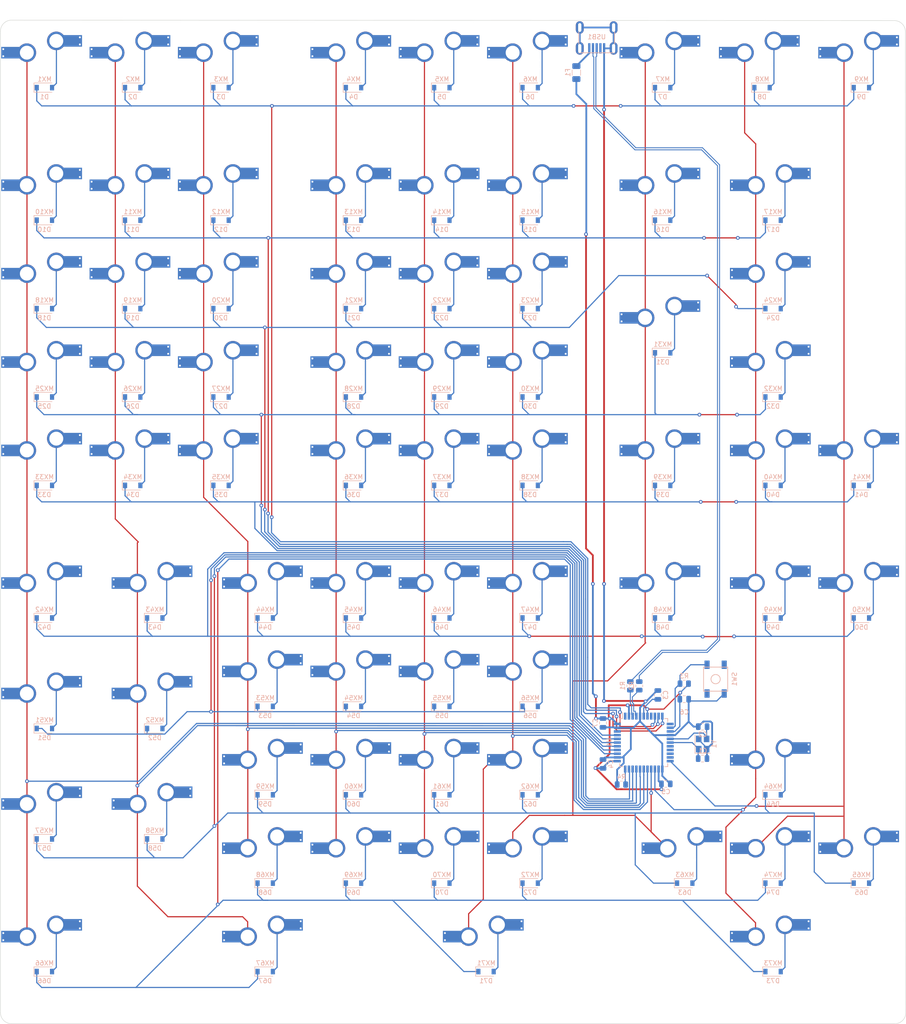
<source format=kicad_pcb>
(kicad_pcb (version 20211014) (generator pcbnew)
  (layers (0 "F.Cu" signal) (31 "B.Cu" signal) (34 "B.Paste" user) (35 "F.Paste" user) (36 "B.SilkS" user "B.Silkscreen") (37 "F.SilkS" user "F.Silkscreen") (38 "B.Mask" user) (39 "F.Mask" user) (44 "Edge.Cuts" user))
  (net 0 "")
  (net 1 "GND")
  (net 2 "Net-(C1-Pad2)")
  (net 3 "Net-(C2-Pad2)")
  (net 4 "Net-(C3-Pad1)")
  (net 5 "+5V")
  (net 6 "ROW0")
  (net 7 "Net-(D1-Pad2)")
  (net 8 "Net-(D2-Pad2)")
  (net 9 "Net-(D3-Pad2)")
  (net 10 "Net-(D4-Pad2)")
  (net 11 "Net-(D5-Pad2)")
  (net 12 "Net-(D6-Pad2)")
  (net 13 "Net-(D7-Pad2)")
  (net 14 "Net-(D8-Pad2)")
  (net 15 "Net-(D9-Pad2)")
  (net 16 "ROW1")
  (net 17 "Net-(D10-Pad2)")
  (net 18 "Net-(D11-Pad2)")
  (net 19 "Net-(D12-Pad2)")
  (net 20 "Net-(D13-Pad2)")
  (net 21 "Net-(D14-Pad2)")
  (net 22 "Net-(D15-Pad2)")
  (net 23 "Net-(D16-Pad2)")
  (net 24 "Net-(D17-Pad2)")
  (net 25 "ROW2")
  (net 26 "Net-(D18-Pad2)")
  (net 27 "Net-(D19-Pad2)")
  (net 28 "Net-(D20-Pad2)")
  (net 29 "Net-(D21-Pad2)")
  (net 30 "Net-(D22-Pad2)")
  (net 31 "Net-(D23-Pad2)")
  (net 32 "Net-(D24-Pad2)")
  (net 33 "ROW3")
  (net 34 "Net-(D25-Pad2)")
  (net 35 "Net-(D26-Pad2)")
  (net 36 "Net-(D27-Pad2)")
  (net 37 "Net-(D28-Pad2)")
  (net 38 "Net-(D29-Pad2)")
  (net 39 "Net-(D30-Pad2)")
  (net 40 "Net-(D31-Pad2)")
  (net 41 "Net-(D32-Pad2)")
  (net 42 "ROW4")
  (net 43 "Net-(D33-Pad2)")
  (net 44 "Net-(D34-Pad2)")
  (net 45 "Net-(D35-Pad2)")
  (net 46 "Net-(D36-Pad2)")
  (net 47 "Net-(D37-Pad2)")
  (net 48 "Net-(D38-Pad2)")
  (net 49 "Net-(D39-Pad2)")
  (net 50 "Net-(D40-Pad2)")
  (net 51 "Net-(D41-Pad2)")
  (net 52 "ROW5")
  (net 53 "Net-(D42-Pad2)")
  (net 54 "Net-(D43-Pad2)")
  (net 55 "Net-(D44-Pad2)")
  (net 56 "Net-(D45-Pad2)")
  (net 57 "Net-(D46-Pad2)")
  (net 58 "Net-(D47-Pad2)")
  (net 59 "Net-(D48-Pad2)")
  (net 60 "Net-(D49-Pad2)")
  (net 61 "Net-(D50-Pad2)")
  (net 62 "ROW6")
  (net 63 "Net-(D51-Pad2)")
  (net 64 "Net-(D52-Pad2)")
  (net 65 "Net-(D53-Pad2)")
  (net 66 "Net-(D54-Pad2)")
  (net 67 "Net-(D55-Pad2)")
  (net 68 "Net-(D56-Pad2)")
  (net 69 "ROW7")
  (net 70 "Net-(D57-Pad2)")
  (net 71 "Net-(D58-Pad2)")
  (net 72 "Net-(D59-Pad2)")
  (net 73 "Net-(D60-Pad2)")
  (net 74 "Net-(D61-Pad2)")
  (net 75 "Net-(D62-Pad2)")
  (net 76 "Net-(D63-Pad2)")
  (net 77 "Net-(D64-Pad2)")
  (net 78 "Net-(D65-Pad2)")
  (net 79 "ROW8")
  (net 80 "Net-(D66-Pad2)")
  (net 81 "Net-(D67-Pad2)")
  (net 82 "Net-(D68-Pad2)")
  (net 83 "Net-(D69-Pad2)")
  (net 84 "Net-(D70-Pad2)")
  (net 85 "Net-(D71-Pad2)")
  (net 86 "Net-(D72-Pad2)")
  (net 87 "Net-(D73-Pad2)")
  (net 88 "Net-(D74-Pad2)")
  (net 89 "VCC")
  (net 90 "COL0")
  (net 91 "COL1")
  (net 92 "COL2")
  (net 93 "COL3")
  (net 94 "COL4")
  (net 95 "COL5")
  (net 96 "COL6")
  (net 97 "COL7")
  (net 98 "COL8")
  (net 99 "D-")
  (net 100 "P-")
  (net 101 "D+")
  (net 102 "P+")
  (net 103 "Net-(R3-Pad2)")
  (net 104 "Net-(R4-Pad1)")
  (footprint "MX_Only:MXOnly-1U-Hotswap-Antishear-Dvdcd-Mod" (layer "F.Cu") (at -308.0036 84.1629)
    (fp_text reference "MX11")
    (fp_text value "MX-NoLED")
  )
  (footprint "MX_Only:MXOnly-1U-Hotswap-Antishear-Dvdcd-Mod" (layer "F.Cu") (at -241.3286 207.9879)
    (fp_text reference "MX61")
    (fp_text value "MX-NoLED")
  )
  (footprint "MX_Only:MXOnly-1U-Hotswap-Antishear-Dvdcd-Mod" (layer "F.Cu") (at -327.0536 122.2629)
    (fp_text reference "MX25")
    (fp_text value "MX-NoLED")
  )
  (footprint "MX_Only:MXOnly-1U-Hotswap-Antishear-Dvdcd-Mod" (layer "F.Cu") (at -241.3286 55.5879)
    (fp_text reference "MX5")
    (fp_text value "MX-NoLED")
  )
  (footprint "MX_Only:MXOnly-1U-Hotswap-Antishear-Dvdcd-Mod" (layer "F.Cu") (at -222.2786 55.5879)
    (fp_text reference "MX6")
    (fp_text value "MX-NoLED")
  )
  (footprint "MX_Only:MXOnly-1U-Hotswap-Antishear-Dvdcd-Mod" (layer "F.Cu") (at -327.0536 193.7004)
    (fp_text reference "MX51")
    (fp_text value "MX-NoLED")
  )
  (footprint "MX_Only:MXOnly-1U-Hotswap-Antishear-Dvdcd-Mod" (layer "F.Cu") (at -241.3286 169.8879)
    (fp_text reference "MX46")
    (fp_text value "MX-NoLED")
  )
  (footprint "MX_Only:MXOnly-1U-Hotswap-Antishear-Dvdcd-Mod" (layer "F.Cu") (at -222.2786 227.0379)
    (fp_text reference "MX72")
    (fp_text value "MX-NoLED")
  )
  (footprint "MX_Only:MXOnly-1U-Hotswap-Antishear-Dvdcd-Mod" (layer "F.Cu") (at -327.0536 217.5129)
    (fp_text reference "MX57")
    (fp_text value "MX-NoLED")
  )
  (footprint "MX_Only:MXOnly-1U-Hotswap-Antishear-Dvdcd-Mod" (layer "F.Cu") (at -308.0036 103.2129)
    (fp_text reference "MX19")
    (fp_text value "MX-NoLED")
  )
  (footprint "MX_Only:MXOnly-1U-Hotswap-Antishear-Dvdcd-Mod" (layer "F.Cu") (at -260.3786 227.0379)
    (fp_text reference "MX69")
    (fp_text value "MX-NoLED")
  )
  (footprint "MX_Only:MXOnly-1U-Hotswap-Antishear-Dvdcd-Mod" (layer "F.Cu") (at -241.3286 188.9379)
    (fp_text reference "MX55")
    (fp_text value "MX-NoLED")
  )
  (footprint "MX_Only:MXOnly-1U-Hotswap-Antishear-Dvdcd-Mod" (layer "F.Cu") (at -241.3286 103.2129)
    (fp_text reference "MX22")
    (fp_text value "MX-NoLED")
  )
  (footprint "MX_Only:MXOnly-1U-Hotswap-Antishear-Dvdcd-Mod" (layer "F.Cu") (at -150.8411 55.5879)
    (fp_text reference "MX9")
    (fp_text value "MX-NoLED")
  )
  (footprint "MX_Only:MXOnly-1U-Hotswap-Antishear-Dvdcd-Mod" (layer "F.Cu") (at -279.4286 246.0879)
    (fp_text reference "MX67")
    (fp_text value "MX-NoLED")
  )
  (footprint "MX_Only:MXOnly-1U-Hotswap-Antishear-Dvdcd-Mod" (layer "F.Cu") (at -169.8911 169.8879)
    (fp_text reference "MX49")
    (fp_text value "MX-NoLED")
  )
  (footprint "MX_Only:MXOnly-1U-Hotswap-Antishear-Dvdcd-Mod" (layer "F.Cu") (at -288.9536 141.3129)
    (fp_text reference "MX35")
    (fp_text value "MX-NoLED")
  )
  (footprint "MX_Only:MXOnly-1U-Hotswap-Antishear-Dvdcd-Mod" (layer "F.Cu") (at -260.3786 141.3129)
    (fp_text reference "MX36")
    (fp_text value "MX-NoLED")
  )
  (footprint "MX_Only:MXOnly-1U-Hotswap-Antishear-Dvdcd-Mod" (layer "F.Cu") (at -288.9536 84.1629)
    (fp_text reference "MX12")
    (fp_text value "MX-NoLED")
  )
  (footprint "MX_Only:MXOnly-1U-Hotswap-Antishear-Dvdcd-Mod" (layer "F.Cu") (at -279.4286 227.0379)
    (fp_text reference "MX68")
    (fp_text value "MX-NoLED")
  )
  (footprint "MX_Only:MXOnly-1U-Hotswap-Antishear-Dvdcd-Mod" (layer "F.Cu") (at -327.0536 169.8879)
    (fp_text reference "MX42")
    (fp_text value "MX-NoLED")
  )
  (footprint "MX_Only:MXOnly-1U-Hotswap-Antishear-Dvdcd-Mod" (layer "F.Cu") (at -303.2411 193.7004)
    (fp_text reference "MX52")
    (fp_text value "MX-NoLED")
  )
  (footprint "marbastlib-mx:STAB_MX_2u" (layer "F.Cu") (at -231.8036 246.0879)
    (fp_text reference "S71" hide)
    (fp_text value "MX_stab")
  )
  (footprint "MX_Only:MXOnly-1U-Hotswap-Antishear-Dvdcd-Mod" (layer "F.Cu") (at -222.2786 84.1629)
    (fp_text reference "MX15")
    (fp_text value "MX-NoLED")
  )
  (footprint "MX_Only:MXOnly-1U-Hotswap-Antishear-Dvdcd-Mod" (layer "F.Cu") (at -241.3286 84.1629)
    (fp_text reference "MX14")
    (fp_text value "MX-NoLED")
  )
  (footprint "MX_Only:MXOnly-1U-Hotswap-Antishear-Dvdcd-Mod" (layer "F.Cu") (at -279.4286 188.9379)
    (fp_text reference "MX53")
    (fp_text value "MX-NoLED")
  )
  (footprint "MX_Only:MXOnly-1U-Hotswap-Antishear-Dvdcd-Mod" (layer "F.Cu") (at -169.8911 141.3129)
    (fp_text reference "MX40")
    (fp_text value "MX-NoLED")
  )
  (footprint "MX_Only:MXOnly-1U-Hotswap-Antishear-Dvdcd-Mod" (layer "F.Cu") (at -327.0536 246.0879)
    (fp_text reference "MX66")
    (fp_text value "MX-NoLED")
  )
  (footprint "MX_Only:MXOnly-1U-Hotswap-Antishear-Dvdcd-Mod" (layer "F.Cu") (at -327.0536 84.1629)
    (fp_text reference "MX10")
    (fp_text value "MX-NoLED")
  )
  (footprint "MX_Only:MXOnly-1U-Hotswap-Antishear-Dvdcd-Mod" (layer "F.Cu") (at -260.3786 103.2129)
    (fp_text reference "MX21")
    (fp_text value "MX-NoLED")
  )
  (footprint "MX_Only:MXOnly-1U-Hotswap-Antishear-Dvdcd-Mod" (layer "F.Cu") (at -222.2786 207.9879)
    (fp_text reference "MX62")
    (fp_text value "MX-NoLED")
  )
  (footprint "MX_Only:MXOnly-1U-Hotswap-Antishear-Dvdcd-Mod" (layer "F.Cu") (at -169.8911 122.2629)
    (fp_text reference "MX32")
    (fp_text value "MX-NoLED")
  )
  (footprint "MX_Only:MXOnly-1U-Hotswap-Antishear-Dvdcd-Mod" (layer "F.Cu") (at -222.2786 188.9379)
    (fp_text reference "MX56")
    (fp_text value "MX-NoLED")
  )
  (footprint "MX_Only:MXOnly-1U-Hotswap-Antishear-Dvdcd-Mod" (layer "F.Cu") (at -222.2786 141.3129)
    (fp_text reference "MX38")
    (fp_text value "MX-NoLED")
  )
  (footprint "MX_Only:MXOnly-1U-Hotswap-Antishear-Dvdcd-Mod" (layer "F.Cu") (at -279.4286 169.8879)
    (fp_text reference "MX44")
    (fp_text value "MX-NoLED")
  )
  (footprint "MX_Only:MXOnly-1U-Hotswap-Antishear-Dvdcd-Mod" (layer "F.Cu") (at -169.8911 227.0379)
    (fp_text reference "MX74")
    (fp_text value "MX-NoLED")
  )
  (footprint "MX_Only:MXOnly-1U-Hotswap-Antishear-Dvdcd-Mod" (layer "F.Cu") (at -260.3786 122.2629)
    (fp_text reference "MX28")
    (fp_text value "MX-NoLED")
  )
  (footprint "MX_Only:MXOnly-1U-Hotswap-Antishear-Dvdcd-Mod" (layer "F.Cu") (at -222.2786 122.2629)
    (fp_text reference "MX30")
    (fp_text value "MX-NoLED")
  )
  (footprint "MX_Only:MXOnly-1U-Hotswap-Antishear-Dvdcd-Mod" (layer "F.Cu") (at -188.9411 227.0379)
    (fp_text reference "MX63")
    (fp_text value "MX-NoLED")
  )
  (footprint "MX_Only:MXOnly-1U-Hotswap-Antishear-Dvdcd-Mod" (layer "F.Cu") (at -260.3786 207.9879)
    (fp_text reference "MX60")
    (fp_text value "MX-NoLED")
  )
  (footprint "MX_Only:MXOnly-1U-Hotswap-Antishear-Dvdcd-Mod" (layer "F.Cu") (at -260.3786 169.8879)
    (fp_text reference "MX45")
    (fp_text value "MX-NoLED")
  )
  (footprint "MX_Only:MXOnly-1U-Hotswap-Antishear-Dvdcd-Mod" (layer "F.Cu") (at -169.8911 207.9879)
    (fp_text reference "MX64")
    (fp_text value "MX-NoLED")
  )
  (footprint "MX_Only:MXOnly-1U-Hotswap-Antishear-Dvdcd-Mod" (layer "F.Cu") (at -308.0036 122.2629)
    (fp_text reference "MX26")
    (fp_text value "MX-NoLED")
  )
  (footprint "MX_Only:MXOnly-1U-Hotswap-Antishear-Dvdcd-Mod" (layer "F.Cu") (at -169.8911 103.2129)
    (fp_text reference "MX24")
    (fp_text value "MX-NoLED")
  )
  (footprint "MX_Only:MXOnly-1U-Hotswap-Antishear-Dvdcd-Mod" (layer "F.Cu") (at -260.3786 84.1629)
    (fp_text reference "MX13")
    (fp_text value "MX-NoLED")
  )
  (footprint "MX_Only:MXOnly-1U-Hotswap-Antishear-Dvdcd-Mod" (layer "F.Cu") (at -231.8036 246.0879)
    (fp_text reference "MX71")
    (fp_text value "MX-NoLED")
  )
  (footprint "MX_Only:MXOnly-1U-Hotswap-Antishear-Dvdcd-Mod" (layer "F.Cu") (at -241.3286 141.3129)
    (fp_text reference "MX37")
    (fp_text value "MX-NoLED")
  )
  (footprint "MX_Only:MXOnly-1U-Hotswap-Antishear-Dvdcd-Mod" (layer "F.Cu") (at -327.0536 55.5879)
    (fp_text reference "MX1")
    (fp_text value "MX-NoLED")
  )
  (footprint "MX_Only:MXOnly-1U-Hotswap-Antishear-Dvdcd-Mod" (layer "F.Cu") (at -222.2786 103.2129)
    (fp_text reference "MX23")
    (fp_text value "MX-NoLED")
  )
  (footprint "MX_Only:MXOnly-1U-Hotswap-Antishear-Dvdcd-Mod" (layer "F.Cu") (at -222.2786 169.8879)
    (fp_text reference "MX47")
    (fp_text value "MX-NoLED")
  )
  (footprint "MX_Only:MXOnly-1U-Hotswap-Antishear-Dvdcd-Mod" (layer "F.Cu") (at -288.9536 55.5879)
    (fp_text reference "MX3")
    (fp_text value "MX-NoLED")
  )
  (footprint "MX_Only:MXOnly-1U-Hotswap-Antishear-Dvdcd-Mod" (layer "F.Cu") (at -241.3286 227.0379)
    (fp_text reference "MX70")
    (fp_text value "MX-NoLED")
  )
  (footprint "MX_Only:MXOnly-1U-Hotswap-Antishear-Dvdcd-Mod" (layer "F.Cu") (at -193.7036 84.1629)
    (fp_text reference "MX16")
    (fp_text value "MX-NoLED")
  )
  (footprint "MX_Only:MXOnly-1U-Hotswap-Antishear-Dvdcd-Mod" (layer "F.Cu") (at -172.27235 55.5879)
    (fp_text reference "MX8")
    (fp_text value "MX-NoLED")
  )
  (footprint "MX_Only:MXOnly-1U-Hotswap-Antishear-Dvdcd-Mod" (layer "F.Cu") (at -327.0536 141.3129)
    (fp_text reference "MX33")
    (fp_text value "MX-NoLED")
  )
  (footprint "MX_Only:MXOnly-1U-Hotswap-Antishear-Dvdcd-Mod" (layer "F.Cu") (at -308.0036 55.5879)
    (fp_text reference "MX2")
    (fp_text value "MX-NoLED")
  )
  (footprint "MX_Only:MXOnly-1U-Hotswap-Antishear-Dvdcd-Mod" (layer "F.Cu") (at -288.9536 122.2629)
    (fp_text reference "MX27")
    (fp_text value "MX-NoLED")
  )
  (footprint "MX_Only:MXOnly-1U-Hotswap-Antishear-Dvdcd-Mod" (layer "F.Cu") (at -193.7036 112.7379)
    (fp_text reference "MX31")
    (fp_text value "MX-NoLED")
  )
  (footprint "MX_Only:MXOnly-1U-Hotswap-Antishear-Dvdcd-Mod" (layer "F.Cu") (at -150.8411 169.8879)
    (fp_text reference "MX50")
    (fp_text value "MX-NoLED")
  )
  (footprint "MX_Only:MXOnly-1U-Hotswap-Antishear-Dvdcd-Mod" (layer "F.Cu") (at -150.8411 141.3129)
    (fp_text reference "MX41")
    (fp_text value "MX-NoLED")
  )
  (footprint "MX_Only:MXOnly-1U-Hotswap-Antishear-Dvdcd-Mod" (layer "F.Cu") (at -279.4286 207.9879)
    (fp_text reference "MX59")
    (fp_text value "MX-NoLED")
  )
  (footprint "MX_Only:MXOnly-1U-Hotswap-Antishear-Dvdcd-Mod" (layer "F.Cu") (at -150.8411 227.0379)
    (fp_text reference "MX65")
    (fp_text value "MX-NoLED")
  )
  (footprint "MX_Only:MXOnly-1U-Hotswap-Antishear-Dvdcd-Mod" (layer "F.Cu") (at -193.7036 169.8879)
    (fp_text reference "MX48")
    (fp_text value "MX-NoLED")
  )
  (footprint "MX_Only:MXOnly-1U-Hotswap-Antishear-Dvdcd-Mod" (layer "F.Cu") (at -303.2411 217.5129)
    (fp_text reference "MX58")
    (fp_text value "MX-NoLED")
  )
  (footprint "MX_Only:MXOnly-1U-Hotswap-Antishear-Dvdcd-Mod" (layer "F.Cu") (at -169.8911 246.0879)
    (fp_text reference "MX73")
    (fp_text value "MX-NoLED")
  )
  (footprint "MX_Only:MXOnly-1U-Hotswap-Antishear-Dvdcd-Mod" (layer "F.Cu") (at -288.9536 103.2129)
    (fp_text reference "MX20")
    (fp_text value "MX-NoLED")
  )
  (footprint "MX_Only:MXOnly-1U-Hotswap-Antishear-Dvdcd-Mod" (layer "F.Cu") (at -303.2411 169.8879)
    (fp_text reference "MX43")
    (fp_text value "MX-NoLED")
  )
  (footprint "MX_Only:MXOnly-1U-Hotswap-Antishear-Dvdcd-Mod" (layer "F.Cu") (at -308.0036 141.3129)
    (fp_text reference "MX34")
    (fp_text value "MX-NoLED")
  )
  (footprint "MX_Only:MXOnly-1U-Hotswap-Antishear-Dvdcd-Mod" (layer "F.Cu") (at -193.7036 141.3129)
    (fp_text reference "MX39")
    (fp_text value "MX-NoLED")
  )
  (footprint "MX_Only:MXOnly-1U-Hotswap-Antishear-Dvdcd-Mod" (layer "F.Cu") (at -169.8911 84.1629)
    (fp_text reference "MX17")
    (fp_text value "MX-NoLED")
  )
  (footprint "MX_Only:MXOnly-1U-Hotswap-Antishear-Dvdcd-Mod" (layer "F.Cu") (at -260.3786 55.5879)
    (fp_text reference "MX4")
    (fp_text value "MX-NoLED")
  )
  (footprint "MX_Only:MXOnly-1U-Hotswap-Antishear-Dvdcd-Mod" (layer "F.Cu") (at -193.7036 55.5879)
    (fp_text reference "MX7")
    (fp_text value "MX-NoLED")
  )
  (footprint "MX_Only:MXOnly-1U-Hotswap-Antishear-Dvdcd-Mod" (layer "F.Cu") (at -327.0536 103.2129)
    (fp_text reference "MX18")
    (fp_text value "MX-NoLED")
  )
  (footprint "MX_Only:MXOnly-1U-Hotswap-Antishear-Dvdcd-Mod" (layer "F.Cu") (at -260.3786 188.9379)
    (fp_text reference "MX54")
    (fp_text value "MX-NoLED")
  )
  (footprint "MX_Only:MXOnly-1U-Hotswap-Antishear-Dvdcd-Mod" (layer "F.Cu") (at -241.3286 122.2629)
    (fp_text reference "MX29")
    (fp_text value "MX-NoLED")
  )
  (footprint "Diode_SMD:D_SOD-123" (layer "B.Cu") (at -169.9165 108.204)
    (fp_text reference "D24")
    (fp_text value "SOD-123")
  )
  (footprint "Diode_SMD:D_SOD-123" (layer "B.Cu") (at -279.454 193.929)
    (fp_text reference "D53")
    (fp_text value "SOD-123")
  )
  (footprint "Diode_SMD:D_SOD-123" (layer "B.Cu") (at -241.354 127.254)
    (fp_text reference "D29")
    (fp_text value "SOD-123")
  )
  (footprint "Capacitor_SMD:C_0805_2012Metric" (layer "B.Cu") (at -193.0475 210.63125)
    (fp_text reference "C5")
    (fp_text value "0.1uF")
  )
  (footprint "Diode_SMD:D_SOD-123" (layer "B.Cu") (at -222.304 60.579)
    (fp_text reference "D6")
    (fp_text value "SOD-123")
  )
  (footprint "Capacitor_SMD:C_0805_2012Metric" (layer "B.Cu") (at -185.13 205.18 180)
    (fp_text reference "C1")
    (fp_text value "22pF")
  )
  (footprint "Crystal:Crystal_SMD_3225-4Pin_3.2x2.5mm" (layer "B.Cu") (at -185.11 202.0415 90)
    (fp_text reference "Y1")
    (fp_text value "16MHz")
  )
  (footprint "Diode_SMD:D_SOD-123" (layer "B.Cu") (at -327.079 146.304)
    (fp_text reference "D33")
    (fp_text value "SOD-123")
  )
  (footprint "Diode_SMD:D_SOD-123" (layer "B.Cu") (at -260.404 89.154)
    (fp_text reference "D13")
    (fp_text value "SOD-123")
  )
  (footprint "Diode_SMD:D_SOD-123" (layer "B.Cu") (at -308.029 89.154)
    (fp_text reference "D11")
    (fp_text value "SOD-123")
  )
  (footprint "Diode_SMD:D_SOD-123" (layer "B.Cu") (at -150.8665 60.579)
    (fp_text reference "D9")
    (fp_text value "SOD-123")
  )
  (footprint "Diode_SMD:D_SOD-123" (layer "B.Cu") (at -308.029 108.204)
    (fp_text reference "D19")
    (fp_text value "SOD-123")
  )
  (footprint "Diode_SMD:D_SOD-123" (layer "B.Cu") (at -303.2665 198.6915)
    (fp_text reference "D52")
    (fp_text value "SOD-123")
  )
  (footprint "Capacitor_SMD:C_0805_2012Metric" (layer "B.Cu") (at -206.6 206.336252 90)
    (fp_text reference "C4")
    (fp_text value "0.1uF")
  )
  (footprint "Resistor_SMD:R_0805_2012Metric" (layer "B.Cu") (at -189.07875 189.03125 180)
    (fp_text reference "R3")
    (fp_text value "10k")
  )
  (footprint "Resistor_SMD:R_0805_2012Metric" (layer "B.Cu") (at -198.7804 189.5094 -90)
    (fp_text reference "R2")
    (fp_text value "22")
  )
  (footprint "Diode_SMD:D_SOD-123" (layer "B.Cu") (at -172.29775 60.579)
    (fp_text reference "D8")
    (fp_text value "SOD-123")
  )
  (footprint "Diode_SMD:D_SOD-123" (layer "B.Cu") (at -169.9165 251.079)
    (fp_text reference "D73")
    (fp_text value "SOD-123")
  )
  (footprint "Diode_SMD:D_SOD-123" (layer "B.Cu") (at -193.729 146.304)
    (fp_text reference "D39")
    (fp_text value "SOD-123")
  )
  (footprint "Diode_SMD:D_SOD-123" (layer "B.Cu") (at -279.454 212.979)
    (fp_text reference "D59")
    (fp_text value "SOD-123")
  )
  (footprint "Diode_SMD:D_SOD-123" (layer "B.Cu") (at -308.029 146.304)
    (fp_text reference "D34")
    (fp_text value "SOD-123")
  )
  (footprint "Diode_SMD:D_SOD-123" (layer "B.Cu") (at -260.404 193.929)
    (fp_text reference "D54")
    (fp_text value "SOD-123")
  )
  (footprint "Diode_SMD:D_SOD-123" (layer "B.Cu") (at -222.304 89.154)
    (fp_text reference "D15")
    (fp_text value "SOD-123")
  )
  (footprint "Resistor_SMD:R_0805_2012Metric" (layer "B.Cu") (at -200.7104 189.504 -90)
    (fp_text reference "R1")
    (fp_text value "22")
  )
  (footprint "Diode_SMD:D_SOD-123" (layer "B.Cu") (at -188.9665 232.029)
    (fp_text reference "D63")
    (fp_text value "SOD-123")
  )
  (footprint "Diode_SMD:D_SOD-123" (layer "B.Cu") (at -260.404 146.304)
    (fp_text reference "D36")
    (fp_text value "SOD-123")
  )
  (footprint "Diode_SMD:D_SOD-123" (layer "B.Cu") (at -222.304 212.979)
    (fp_text reference "D62")
    (fp_text value "SOD-123")
  )
  (footprint "random-keyboard-parts:Molex-0548190589" (layer "B.Cu") (at -207.9625 47.625 -90)
    (fp_text reference "USB1")
    (fp_text value "Molex-0548190589")
  )
  (footprint "Diode_SMD:D_SOD-123" (layer "B.Cu") (at -193.729 117.729)
    (fp_text reference "D31")
    (fp_text value "SOD-123")
  )
  (footprint "Diode_SMD:D_SOD-123" (layer "B.Cu") (at -241.354 108.204)
    (fp_text reference "D22")
    (fp_text value "SOD-123")
  )
  (footprint "Diode_SMD:D_SOD-123" (layer "B.Cu") (at -169.9165 89.154)
    (fp_text reference "D17")
    (fp_text value "SOD-123")
  )
  (footprint "Diode_SMD:D_SOD-123" (layer "B.Cu") (at -241.354 89.154)
    (fp_text reference "D14")
    (fp_text value "SOD-123")
  )
  (footprint "Diode_SMD:D_SOD-123" (layer "B.Cu") (at -260.404 60.579)
    (fp_text reference "D4")
    (fp_text value "SOD-123")
  )
  (footprint "Capacitor_SMD:C_0805_2012Metric" (layer "B.Cu") (at -185.11 198.3)
    (fp_text reference "C2")
    (fp_text value "22pF")
  )
  (footprint "Diode_SMD:D_SOD-123" (layer "B.Cu") (at -288.979 60.579)
    (fp_text reference "D3")
    (fp_text value "SOD-123")
  )
  (footprint "Diode_SMD:D_SOD-123" (layer "B.Cu") (at -222.304 108.204)
    (fp_text reference "D23")
    (fp_text value "SOD-123")
  )
  (footprint "Diode_SMD:D_SOD-123" (layer "B.Cu") (at -303.2665 174.879)
    (fp_text reference "D43")
    (fp_text value "SOD-123")
  )
  (footprint "Diode_SMD:D_SOD-123" (layer "B.Cu") (at -327.079 198.6915)
    (fp_text reference "D51")
    (fp_text value "SOD-123")
  )
  (footprint "Diode_SMD:D_SOD-123" (layer "B.Cu") (at -169.9165 212.979)
    (fp_text reference "D64")
    (fp_text value "SOD-123")
  )
  (footprint "Diode_SMD:D_SOD-123" (layer "B.Cu") (at -241.354 193.929)
    (fp_text reference "D55")
    (fp_text value "SOD-123")
  )
  (footprint "Diode_SMD:D_SOD-123" (layer "B.Cu") (at -241.354 212.979)
    (fp_text reference "D61")
    (fp_text value "SOD-123")
  )
  (footprint "Diode_SMD:D_SOD-123" (layer "B.Cu") (at -241.354 232.029)
    (fp_text reference "D70")
    (fp_text value "SOD-123")
  )
  (footprint "Diode_SMD:D_SOD-123" (layer "B.Cu") (at -260.404 127.254)
    (fp_text reference "D28")
    (fp_text value "SOD-123")
  )
  (footprint "Diode_SMD:D_SOD-123" (layer "B.Cu") (at -260.404 108.204)
    (fp_text reference "D21")
    (fp_text value "SOD-123")
  )
  (footprint "Diode_SMD:D_SOD-123" (layer "B.Cu") (at -279.454 174.879)
    (fp_text reference "D44")
    (fp_text value "SOD-123")
  )
  (footprint "Diode_SMD:D_SOD-123" (layer "B.Cu") (at -169.9165 146.304)
    (fp_text reference "D40")
    (fp_text value "SOD-123")
  )
  (footprint "Diode_SMD:D_SOD-123" (layer "B.Cu") (at -150.8665 146.304)
    (fp_text reference "D41")
    (fp_text value "SOD-123")
  )
  (footprint "Diode_SMD:D_SOD-123" (layer "B.Cu") (at -193.729 60.579)
    (fp_text reference "D7")
    (fp_text value "SOD-123")
  )
  (footprint "Diode_SMD:D_SOD-123" (layer "B.Cu") (at -150.8665 232.029)
    (fp_text reference "D65")
    (fp_text value "SOD-123")
  )
  (footprint "Diode_SMD:D_SOD-123" (layer "B.Cu") (at -260.404 232.029)
    (fp_text reference "D69")
    (fp_text value "SOD-123")
  )
  (footprint "Diode_SMD:D_SOD-123" (layer "B.Cu") (at -327.079 108.204)
    (fp_text reference "D18")
    (fp_text value "SOD-123")
  )
  (footprint "Diode_SMD:D_SOD-123" (layer "B.Cu") (at -308.029 127.254)
    (fp_text reference "D26")
    (fp_text value "SOD-123")
  )
  (footprint "Capacitor_SMD:C_0805_2012Metric" (layer "B.Cu") (at -189.07875 192.375)
    (fp_text reference "C6")
    (fp_text value "0.1uF")
  )
  (footprint "Diode_SMD:D_SOD-123" (layer "B.Cu") (at -231.829 251.079)
    (fp_text reference "D71")
    (fp_text value "SOD-123")
  )
  (footprint "Diode_SMD:D_SOD-123" (layer "B.Cu") (at -222.304 174.879)
    (fp_text reference "D47")
    (fp_text value "SOD-123")
  )
  (footprint "Diode_SMD:D_SOD-123" (layer "B.Cu") (at -327.079 127.254)
    (fp_text reference "D25")
    (fp_text value "SOD-123")
  )
  (footprint "Diode_SMD:D_SOD-123" (layer "B.Cu") (at -241.354 60.579)
    (fp_text reference "D5")
    (fp_text value "SOD-123")
  )
  (footprint "Diode_SMD:D_SOD-123" (layer "B.Cu") (at -288.979 108.204)
    (fp_text reference "D20")
    (fp_text value "SOD-123")
  )
  (footprint "Capacitor_SMD:C_0805_2012Metric" (layer "B.Cu") (at -206.6 197.501248 -90)
    (fp_text reference "C7")
    (fp_text value "10uF")
  )
  (footprint "Diode_SMD:D_SOD-123" (layer "B.Cu") (at -327.079 174.879)
    (fp_text reference "D42")
    (fp_text value "SOD-123")
  )
  (footprint "Fuse:Fuse_1206_3216Metric" (layer "B.Cu") (at -212.344 57.3375 -90)
    (fp_text reference "F1")
    (fp_text value "500mA")
  )
  (footprint "Diode_SMD:D_SOD-123" (layer "B.Cu") (at -327.079 251.079)
    (fp_text reference "D66")
    (fp_text value "SOD-123")
  )
  (footprint "Diode_SMD:D_SOD-123" (layer "B.Cu") (at -241.354 174.879)
    (fp_text reference "D46")
    (fp_text value "SOD-123")
  )
  (footprint "Diode_SMD:D_SOD-123" (layer "B.Cu") (at -150.8665 174.879)
    (fp_text reference "D50")
    (fp_text value "SOD-123")
  )
  (footprint "Diode_SMD:D_SOD-123" (layer "B.Cu") (at -303.2665 222.504)
    (fp_text reference "D58")
    (fp_text value "SOD-123")
  )
  (footprint "Diode_SMD:D_SOD-123" (layer "B.Cu") (at -260.404 174.879)
    (fp_text reference "D45")
    (fp_text value "SOD-123")
  )
  (footprint "Diode_SMD:D_SOD-123" (layer "B.Cu") (at -169.9165 232.029)
    (fp_text reference "D74")
    (fp_text value "SOD-123")
  )
  (footprint "Diode_SMD:D_SOD-123" (layer "B.Cu") (at -222.304 232.029)
    (fp_text reference "D72")
    (fp_text value "SOD-123")
  )
  (footprint "Resistor_SMD:R_0805_2012Metric" (layer "B.Cu") (at -202.636 210.78 180)
    (fp_text reference "R4")
    (fp_text value "10k")
  )
  (footprint "Diode_SMD:D_SOD-123" (layer "B.Cu") (at -241.354 146.304)
    (fp_text reference "D37")
    (fp_text value "SOD-123")
  )
  (footprint "Diode_SMD:D_SOD-123" (layer "B.Cu") (at -327.079 60.579)
    (fp_text reference "D1")
    (fp_text value "SOD-123")
  )
  (footprint "Diode_SMD:D_SOD-123" (layer "B.Cu") (at -193.729 174.879)
    (fp_text reference "D48")
    (fp_text value "SOD-123")
  )
  (footprint "Package_QFP:TQFP-44_10x10mm_P0.8mm" (layer "B.Cu") (at -197.81 201.73125 -90)
    (fp_text reference "U1")
    (fp_text value "ATmega32U4-A")
  )
  (footprint "Diode_SMD:D_SOD-123" (layer "B.Cu") (at -222.304 127.254)
    (fp_text reference "D30")
    (fp_text value "SOD-123")
  )
  (footprint "Diode_SMD:D_SOD-123" (layer "B.Cu") (at -222.304 193.929)
    (fp_text reference "D56")
    (fp_text value "SOD-123")
  )
  (footprint "Diode_SMD:D_SOD-123" (layer "B.Cu") (at -169.9165 174.879)
    (fp_text reference "D49")
    (fp_text value "SOD-123")
  )
  (footprint "Diode_SMD:D_SOD-123" (layer "B.Cu") (at -288.979 127.254)
    (fp_text reference "D27")
    (fp_text value "SOD-123")
  )
  (footprint "Diode_SMD:D_SOD-123" (layer "B.Cu") (at -308.029 60.579)
    (fp_text reference "D2")
    (fp_text value "SOD-123")
  )
  (footprint "Diode_SMD:D_SOD-123" (layer "B.Cu") (at -222.304 146.304)
    (fp_text reference "D38")
    (fp_text value "SOD-123")
  )
  (footprint "Diode_SMD:D_SOD-123" (layer "B.Cu") (at -169.9165 127.254)
    (fp_text reference "D32")
    (fp_text value "SOD-123")
  )
  (footprint "Diode_SMD:D_SOD-123" (layer "B.Cu") (at -279.454 251.079)
    (fp_text reference "D67")
    (fp_text value "SOD-123")
  )
  (footprint "Capacitor_SMD:C_0805_2012Metric" (layer "B.Cu") (at -194.7672 191.4652 90)
    (fp_text reference "C3")
    (fp_text value "1uF")
  )
  (footprint "random-keyboard-parts:SKQG-1155865" (layer "B.Cu") (at -182.31 188.06 -90)
    (fp_text reference "SW1")
    (fp_text value "SW_Push")
  )
  (footprint "Diode_SMD:D_SOD-123" (layer "B.Cu") (at -288.979 89.154)
    (fp_text reference "D12")
    (fp_text value "SOD-123")
  )
  (footprint "Diode_SMD:D_SOD-123" (layer "B.Cu") (at -327.079 89.154)
    (fp_text reference "D10")
    (fp_text value "SOD-123")
  )
  (footprint "Diode_SMD:D_SOD-123" (layer "B.Cu") (at -260.404 212.979)
    (fp_text reference "D60")
    (fp_text value "SOD-123")
  )
  (footprint "Diode_SMD:D_SOD-123" (layer "B.Cu") (at -288.979 146.304)
    (fp_text reference "D35")
    (fp_text value "SOD-123")
  )
  (footprint "Diode_SMD:D_SOD-123" (layer "B.Cu") (at -327.079 222.504)
    (fp_text reference "D57")
    (fp_text value "SOD-123")
  )
  (footprint "Diode_SMD:D_SOD-123" (layer "B.Cu") (at -193.729 89.154)
    (fp_text reference "D16")
    (fp_text value "SOD-123")
  )
  (footprint "Diode_SMD:D_SOD-123" (layer "B.Cu") (at -279.454 232.029)
    (fp_text reference "D68")
    (fp_text value "SOD-123")
  )
  (gr_arc (start -143.765048 46.133798) (mid -142.08125 46.83125) (end -141.383798 48.515048) (layer "Edge.Cuts") (width 0.1))
  (gr_line (start -336.55 259.936202) (end -336.55 48.41875) (layer "Edge.Cuts") (width 0.1))
  (gr_line (start -141.2875 259.936202) (end -141.383798 48.515048) (layer "Edge.Cuts") (width 0.1))
  (gr_arc (start -141.2875 259.936202) (mid -141.984952 261.62) (end -143.66875 262.317452) (layer "Edge.Cuts") (width 0.1))
  (gr_arc (start -334.16875 262.317452) (mid -335.852548 261.62) (end -336.55 259.936202) (layer "Edge.Cuts") (width 0.1))
  (gr_line (start -334.16875 262.317452) (end -143.66875 262.317452) (layer "Edge.Cuts") (width 0.1))
  (gr_line (start -143.765048 46.133798) (end -334.16875 46.0375) (layer "Edge.Cuts") (width 0.1))
  (gr_arc (start -336.55 48.41875) (mid -335.852548 46.734952) (end -334.16875 46.0375) (layer "Edge.Cuts") (width 0.1))
  (segment (start -206.375 65.3034) (end -206.375 167.5384) (width 0.381) (layer "F.Cu") (net 1))
  (segment (start -197.5358 192.7606) (end -197.435152 192.861248) (width 0.381) (layer "F.Cu") (net 1))
  (segment (start -206.4004 192.7606) (end -197.5358 192.7606) (width 0.381) (layer "F.Cu") (net 1))
  (via (at -206.375 65.3034) (size 0.8) (drill 0.4) (layers "F.Cu" "B.Cu") (net 1))
  (via (at -206.375 167.5384) (size 0.8) (drill 0.4) (layers "F.Cu" "B.Cu") (net 1))
  (via (at -206.4004 192.7606) (size 0.8) (drill 0.4) (layers "F.Cu" "B.Cu") (net 1))
  (via (at -197.435152 192.861248) (size 0.8) (drill 0.4) (layers "F.Cu" "B.Cu") (net 1))
  (segment (start -184.18 205.18) (end -184.18 203.2215) (width 0.381) (layer "B.Cu") (net 1))
  (segment (start -185.96 201.128) (end -184.26 202.828) (width 0.25) (layer "B.Cu") (net 1))
  (segment (start -200.66075 198.53125) (end -203.51 198.53125) (width 0.381) (layer "B.Cu") (net 1))
  (segment (start -187.73375 192.77) (end -182.07 192.77) (width 0.25) (layer "B.Cu") (net 1))
  (segment (start -206.6 205.386252) (end -206.144998 204.93125) (width 0.381) (layer "B.Cu") (net 1))
  (segment (start -203.590002 198.451248) (end -203.51 198.53125) (width 0.381) (layer "B.Cu") (net 1))
  (segment (start -198.61 197.102) (end -198.61 196.03125) (width 0.381) (layer "B.Cu") (net 1))
  (segment (start -186.06 198.3) (end -187.0575 198.3) (width 0.381) (layer "B.Cu") (net 1))
  (segment (start -200.096 198.588) (end -198.61 197.102) (width 0.381) (layer "B.Cu") (net 1))
  (segment (start -204.3125 47.625) (end -211.6125 47.625) (width 0.381) (layer "B.Cu") (net 1))
  (segment (start -200.604 198.588) (end -200.66075 198.53125) (width 0.381) (layer "B.Cu") (net 1))
  (segment (start -185.96 200.9415) (end -185.96 201.128) (width 0.25) (layer "B.Cu") (net 1))
  (segment (start -193.81 208.91875) (end -193.81 207.43125) (width 0.381) (layer "B.Cu") (net 1))
  (segment (start -206.375 192.7352) (end -206.4004 192.7606) (width 0.381) (layer "B.Cu") (net 1))
  (segment (start -187.0575 198.3) (end -188.12875 197.22875) (width 0.381) (layer "B.Cu") (net 1))
  (segment (start -184.26 202.828) (end -184.26 203.1415) (width 0.25) (layer "B.Cu") (net 1))
  (segment (start -184.18 203.2215) (end -184.26 203.1415) (width 0.381) (layer "B.Cu") (net 1))
  (segment (start -206.3625 52.125) (end -206.3625 65.2909) (width 0.381) (layer "B.Cu") (net 1))
  (segment (start -195.641 200.13125) (end -192.11 200.13125) (width 0.381) (layer "B.Cu") (net 1))
  (segment (start -198.61 196.03125) (end -198.61 194.1904) (width 0.381) (layer "B.Cu") (net 1))
  (segment (start -203.51 204.93125) (end -202.379 204.93125) (width 0.381) (layer "B.Cu") (net 1))
  (segment (start -194.9348 190.5152) (end -194.7672 190.5152) (width 0.381) (layer "B.Cu") (net 1))
  (segment (start -183.06 201.9415) (end -184.26 203.1415) (width 0.381) (layer "B.Cu") (net 1))
  (segment (start -182.07 192.77) (end -180.46 191.16) (width 0.25) (layer "B.Cu") (net 1))
  (segment (start -200.604 198.588) (end -200.096 198.588) (width 0.381) (layer "B.Cu") (net 1))
  (segment (start -206.3625 65.2909) (end -206.375 65.3034) (width 0.381) (layer "B.Cu") (net 1))
  (segment (start -204.3125 52.125) (end -204.3125 47.625) (width 0.381) (layer "B.Cu") (net 1))
  (segment (start -193.81 201.96225) (end -196.100125 199.672125) (width 0.381) (layer "B.Cu") (net 1))
  (segment (start -183.06 197.52) (end -183.06 201.9415) (width 0.381) (layer "B.Cu") (net 1))
  (segment (start -203.5485 207.57575) (end -203.5485 210.78) (width 0.381) (layer "B.Cu") (net 1))
  (segment (start -198.61 197.16225) (end -196.100125 199.672125) (width 0.381) (layer "B.Cu") (net 1))
  (segment (start -206.375 167.5384) (end -206.375 192.7352) (width 0.381) (layer "B.Cu") (net 1))
  (segment (start -193.81 207.43125) (end -193.81 201.96225) (width 0.381) (layer "B.Cu") (net 1))
  (segment (start -198.61 194.1904) (end -194.9348 190.5152) (width 0.381) (layer "B.Cu") (net 1))
  (segment (start -204.3125 52.125) (end -206.3625 52.125) (width 0.381) (layer "B.Cu") (net 1))
  (segment (start -192.0975 210.63125) (end -193.81 208.91875) (width 0.381) (layer "B.Cu") (net 1))
  (segment (start -191.03125 200.13125) (end -188.12875 197.22875) (width 0.381) (layer "B.Cu") (net 1))
  (segment (start -202.129875 204.682125) (end -200.604 203.15625) (width 0.381) (layer "B.Cu") (net 1))
  (segment (start -184.9445 197.1845) (end -183.3955 197.1845) (width 0.381) (layer "B.Cu") (net 1))
  (segment (start -200.604 203.15625) (end -200.604 198.588) (width 0.381) (layer "B.Cu") (net 1))
  (segment (start -183.3955 197.1845) (end -183.06 197.52) (width 0.381) (layer "B.Cu") (net 1))
  (segment (start -196.100125 199.672125) (end -195.641 200.13125) (width 0.381) (layer "B.Cu") (net 1))
  (segment (start -202.379 204.93125) (end -202.129875 204.682125) (width 0.381) (layer "B.Cu") (net 1))
  (segment (start -186.06 198.3) (end -184.9445 197.1845) (width 0.381) (layer "B.Cu") (net 1))
  (segment (start -202.129875 206.157125) (end -203.5485 207.57575) (width 0.381) (layer "B.Cu") (net 1))
  (segment (start -188.12875 197.22875) (end -188.12875 192.375) (width 0.381) (layer "B.Cu") (net 1))
  (segment (start -188.12875 192.375) (end -187.73375 192.77) (width 0.25) (layer "B.Cu") (net 1))
  (segment (start -206.6 198.451248) (end -203.590002 198.451248) (width 0.381) (layer "B.Cu") (net 1))
  (segment (start -198.61 196.03125) (end -198.61 197.16225) (width 0.381) (layer "B.Cu") (net 1))
  (segment (start -211.6125 47.625) (end -211.6125 52.125) (width 0.381) (layer "B.Cu") (net 1))
  (segment (start -206.144998 204.93125) (end -203.51 204.93125) (width 0.381) (layer "B.Cu") (net 1))
  (segment (start -202.129875 204.682125) (end -202.129875 206.157125) (width 0.381) (layer "B.Cu") (net 1))
  (segment (start -192.11 200.13125) (end -191.03125 200.13125) (width 0.381) (layer "B.Cu") (net 1))
  (segment (start -192.11 201.73125) (end -187.37025 201.73125) (width 0.25) (layer "B.Cu") (net 2))
  (segment (start -187.37025 201.73125) (end -185.96 203.1415) (width 0.25) (layer "B.Cu") (net 2))
  (segment (start -186.08 205.18) (end -186.08 203.2615) (width 0.25) (layer "B.Cu") (net 2))
  (segment (start -186.08 203.2615) (end -185.96 203.1415) (width 0.25) (layer "B.Cu") (net 2))
  (segment (start -184.26 200.9415) (end -184.26 200.43) (width 0.25) (layer "B.Cu") (net 3))
  (segment (start -184.998 199.692) (end -186.976 199.692) (width 0.25) (layer "B.Cu") (net 3))
  (segment (start -184.26 198.4) (end -184.26 200.9415) (width 0.25) (layer "B.Cu") (net 3))
  (segment (start -186.976 199.692) (end -188.21525 200.93125) (width 0.25) (layer "B.Cu") (net 3))
  (segment (start -184.16 198.3) (end -184.26 198.4) (width 0.25) (layer "B.Cu") (net 3))
  (segment (start -184.26 200.43) (end -184.998 199.692) (width 0.25) (layer "B.Cu") (net 3))
  (segment (start -188.21525 200.93125) (end -192.11 200.93125) (width 0.25) (layer "B.Cu") (net 3))
  (segment (start -197.81 196.03125) (end -197.81 194.260695) (width 0.25) (layer "B.Cu") (net 4))
  (segment (start -195.964505 192.4152) (end -194.7672 192.4152) (width 0.25) (layer "B.Cu") (net 4))
  (segment (start -197.81 194.260695) (end -195.964505 192.4152) (width 0.25) (layer "B.Cu") (net 4))
  (segment (start -208.788 161.3662) (end -208.788 167.5384) (width 0.381) (layer "F.Cu") (net 5))
  (segment (start -208.224 207.224) (end -203.652 211.796) (width 0.381) (layer "F.Cu") (net 5))
  (segment (start -205.368 193.7) (end -205.368 196.362) (width 0.381) (layer "F.Cu") (net 5))
  (segment (start -208.1276 196.5452) (end -208.1276 191.7954) (width 0.381) (layer "F.Cu") (net 5))
  (segment (start -193.492 194.524) (end -189.936 190.968) (width 0.25) (layer "F.Cu") (net 5))
  (segment (start -208.1276 191.7954) (end -208.153 191.77) (width 0.381) (layer "F.Cu") (net 5))
  (segment (start -201.29 193.7) (end -197.872 193.7) (width 0.381) (layer "F.Cu") (net 5))
  (segment (start -203.652 211.796) (end -194 211.796) (width 0.381) (layer "F.Cu") (net 5))
  (segment (start -197.872 193.7) (end -197.048 194.524) (width 0.381) (layer "F.Cu") (net 5))
  (segment (start -205.178752 196.551248) (end -205.178752 204.178752) (width 0.381) (layer "F.Cu") (net 5))
  (segment (start -210.2612 159.893) (end -208.788 161.3662) (width 0.381) (layer "F.Cu") (net 5))
  (segment (start -205.368 196.362) (end -205.178752 196.551248) (width 0.381) (layer "F.Cu") (net 5))
  (segment (start -205.178752 204.178752) (end -208.224 207.224) (width 0.381) (layer "F.Cu") (net 5))
  (segment (start -210.2612 92.1766) (end -210.2612 159.893) (width 0.381) (layer "F.Cu") (net 5))
  (segment (start -197.048 194.524) (end -193.492 194.524) (width 0.25) (layer "F.Cu") (net 5))
  (segment (start -201.29 193.7) (end -205.368 193.7) (width 0.381) (layer "F.Cu") (net 5))
  (via (at -208.788 167.5384) (size 0.8) (drill 0.4) (layers "F.Cu" "B.Cu") (net 5))
  (via (at -208.1276 196.5452) (size 0.8) (drill 0.4) (layers "F.Cu" "B.Cu") (net 5))
  (via (at -194 211.796) (size 0.8) (drill 0.4) (layers "F.Cu" "B.Cu") (net 5))
  (via (at -205.178752 196.551248) (size 0.8) (drill 0.4) (layers "F.Cu" "B.Cu") (net 5))
  (via (at -210.2612 92.1766) (size 0.8) (drill 0.4) (layers "F.Cu" "B.Cu") (net 5))
  (via (at -189.936 190.968) (size 0.8) (drill 0.4) (layers "F.Cu" "B.Cu") (net 5))
  (via (at -208.224 207.224) (size 0.8) (drill 0.4) (layers "F.Cu" "B.Cu") (net 5))
  (via (at -197.048 194.524) (size 0.8) (drill 0.4) (layers "F.Cu" "B.Cu") (net 5))
  (via (at -208.153 191.77) (size 0.8) (drill 0.4) (layers "F.Cu" "B.Cu") (net 5))
  (via (at -201.29 193.7) (size 0.8) (drill 0.4) (layers "F.Cu" "B.Cu") (net 5))
  (segment (start -192.11 199.33125) (end -191.11 199.33125) (width 0.25) (layer "B.Cu") (net 5))
  (segment (start -197.01 194.562) (end -197.048 194.524) (width 0.25) (layer "B.Cu") (net 5))
  (segment (start -193.9975 210.63125) (end -194.61 210.01875) (width 0.381) (layer "B.Cu") (net 5))
  (segment (start -210.2 64.12) (end -210.2 65.16) (width 0.381) (layer "B.Cu") (net 5))
  (segment (start -208.788 191.135) (end -208.153 191.77) (width 0.381) (layer "B.Cu") (net 5))
  (segment (start -210.2 92.1154) (end -210.2612 92.1766) (width 0.381) (layer "B.Cu") (net 5))
  (segment (start -206.6 207.286252) (end -206.6 207.124) (width 0.381) (layer "B.Cu") (net 5))
  (segment (start -212.344 61.976) (end -210.2 64.12) (width 0.381) (layer "B.Cu") (net 5))
  (segment (start -201.01 196.03125) (end -201.01 193.98) (width 0.381) (layer "B.Cu") (net 5))
  (segment (start -208.219248 196.551248) (end -208.133648 196.551248) (width 0.381) (layer "B.Cu") (net 5))
  (segment (start -206.6 207.286252) (end -208.161748 207.286252) (width 0.381) (layer "B.Cu") (net 5))
  (segment (start -208.161748 207.286252) (end -208.224 207.224) (width 0.381) (layer "B.Cu") (net 5))
  (segment (start -190.02875 198.25) (end -190.02875 192.375) (width 0.25) (layer "B.Cu") (net 5))
  (segment (start -201.01 193.98) (end -201.29 193.7) (width 0.381) (layer "B.Cu") (net 5))
  (segment (start -204.690002 196.551248) (end -203.51 197.73125) (width 0.381) (layer "B.Cu") (net 5))
  (segment (start -194.61 210.01875) (end -194.61 207.43125) (width 0.381) (layer "B.Cu") (net 5))
  (segment (start -212.344 58.7375) (end -212.344 61.976) (width 0.381) (layer "B.Cu") (net 5))
  (segment (start -208.133648 196.551248) (end -208.1276 196.5452) (width 0.381) (layer "B.Cu") (net 5))
  (segment (start -190.02875 191.06075) (end -189.936 190.968) (width 0.25) (layer "B.Cu") (net 5))
  (segment (start -205.176 205.7) (end -205.14475 205.73125) (width 0.381) (layer "B.Cu") (net 5))
  (segment (start -189.936 190.968) (end -188.16625 189.19825) (width 0.25) (layer "B.Cu") (net 5))
  (segment (start -206.6 207.124) (end -205.176 205.7) (width 0.381) (layer "B.Cu") (net 5))
  (segment (start -205.14475 205.73125) (end -203.51 205.73125) (width 0.381) (layer "B.Cu") (net 5))
  (segment (start -190.02875 192.375) (end -190.02875 191.06075) (width 0.25) (layer "B.Cu") (net 5))
  (segment (start -188.16625 189.19825) (end -188.16625 189.03125) (width 0.25) (layer "B.Cu") (net 5))
  (segment (start -193.9975 211.7935) (end -194 211.796) (width 0.381) (layer "B.Cu") (net 5))
  (segment (start -205.178752 196.551248) (end -204.690002 196.551248) (width 0.381) (layer "B.Cu") (net 5))
  (segment (start -193.9975 210.63125) (end -193.9975 211.7935) (width 0.381) (layer "B.Cu") (net 5))
  (segment (start -206.6 196.551248) (end -205.178752 196.551248) (width 0.381) (layer "B.Cu") (net 5))
  (segment (start -191.11 199.33125) (end -190.02875 198.25) (width 0.25) (layer "B.Cu") (net 5))
  (segment (start -208.788 167.5384) (end -208.788 191.135) (width 0.381) (layer "B.Cu") (net 5))
  (segment (start -197.01 196.03125) (end -197.01 194.562) (width 0.25) (layer "B.Cu") (net 5))
  (segment (start -206.6 196.551248) (end -208.219248 196.551248) (width 0.381) (layer "B.Cu") (net 5))
  (segment (start -210.2 65.16) (end -210.2 92.1154) (width 0.381) (layer "B.Cu") (net 5))
  (segment (start -196.32189 198.2796) (end -195.934645 197.892355) (width 0.25) (layer "F.Cu") (net 6))
  (segment (start -278.0538 64.5668) (end -278.003 64.516) (width 0.25) (layer "F.Cu") (net 6))
  (segment (start -202.946 198.2796) (end -196.32189 198.2796) (width 0.25) (layer "F.Cu") (net 6))
  (segment (start -202.946 195.1736) (end -202.946 198.2796) (width 0.25) (layer "F.Cu") (net 6))
  (segment (start -212.946 64.516) (end -202.796 64.516) (width 0.25) (layer "F.Cu") (net 6))
  (segment (start -278.0538 153.162) (end -278.0538 64.5668) (width 0.25) (layer "F.Cu") (net 6))
  (via (at -195.934645 197.892355) (size 0.8) (drill 0.4) (layers "F.Cu" "B.Cu") (net 6))
  (via (at -278.003 64.516) (size 0.8) (drill 0.4) (layers "F.Cu" "B.Cu") (net 6))
  (via (at -202.796 64.516) (size 0.8) (drill 0.4) (layers "F.Cu" "B.Cu") (net 6))
  (via (at -278.0538 153.162) (size 0.8) (drill 0.4) (layers "F.Cu" "B.Cu") (net 6))
  (via (at -202.946 195.1736) (size 0.8) (drill 0.4) (layers "F.Cu" "B.Cu") (net 6))
  (via (at -212.946 64.516) (size 0.8) (drill 0.4) (layers "F.Cu" "B.Cu") (net 6))
  (segment (start -195.379 63.193) (end -194.056 64.516) (width 0.25) (layer "B.Cu") (net 6))
  (segment (start -260.604 64.516) (end -241.808 64.516) (width 0.25) (layer "B.Cu") (net 6))
  (segment (start -215.138 158.4452) (end -276.146008 158.4452) (width 0.25) (layer "B.Cu") (net 6))
  (segment (start -309.679 63.193) (end -308.356 64.516) (width 0.25) (layer "B.Cu") (net 6))
  (segment (start -223.954 60.579) (end -223.954 63.066) (width 0.25) (layer "B.Cu") (net 6))
  (segment (start -195.934645 197.892355) (end -195.41 197.36771) (width 0.25) (layer "B.Cu") (net 6))
  (segment (start -328.729 63.447) (end -327.66 64.516) (width 0.25) (layer "B.Cu") (net 6))
  (segment (start -278.003 64.516) (end -260.604 64.516) (width 0.25) (layer "B.Cu") (net 6))
  (segment (start -222.504 64.516) (end -212.946 64.516) (width 0.25) (layer "B.Cu") (net 6))
  (segment (start -290.629 62.939) (end -289.052 64.516) (width 0.25) (layer "B.Cu") (net 6))
  (segment (start -172.72 64.516) (end -153.924 64.516) (width 0.25) (layer "B.Cu") (net 6))
  (segment (start -290.629 60.579) (end -290.629 62.939) (width 0.25) (layer "B.Cu") (net 6))
  (segment (start -278.090504 156.500704) (end -278.090504 153.198704) (width 0.25) (layer "B.Cu") (net 6))
  (segment (start -328.729 60.579) (end -328.729 63.447) (width 0.25) (layer "B.Cu") (net 6))
  (segment (start -202.796 64.516) (end -194.056 64.516) (width 0.25) (layer "B.Cu") (net 6))
  (segment (start -202.8698 195.0974) (end -202.946 195.1736) (width 0.25) (layer "B.Cu") (net 6))
  (segment (start -308.356 64.516) (end -289.052 64.516) (width 0.25) (layer "B.Cu") (net 6))
  (segment (start -194.056 64.516) (end -172.72 64.516) (width 0.25) (layer "B.Cu") (net 6))
  (segment (start -327.66 64.516) (end -308.356 64.516) (width 0.25) (layer "B.Cu") (net 6))
  (segment (start -213.508212 158.4452) (end -211.783106 160.170306) (width 0.25) (layer "B.Cu") (net 6))
  (segment (start -173.94775 63.28825) (end -172.72 64.516) (width 0.25) (layer "B.Cu") (net 6))
  (segment (start -215.138 158.4452) (end -213.508212 158.4452) (width 0.25) (layer "B.Cu") (net 6))
  (segment (start -243.004 60.579) (end -243.004 63.32) (width 0.25) (layer "B.Cu") (net 6))
  (segment (start -241.808 64.516) (end -222.504 64.516) (width 0.25) (layer "B.Cu") (net 6))
  (segment (start -276.146008 158.4452) (end -278.090504 156.500704) (width 0.25) (layer "B.Cu") (net 6))
  (segment (start -209.8946 193.4972) (end -209.1326 194.2592) (width 0.25) (layer "B.Cu") (net 6))
  (segment (start -202.8698 194.2592) (end -202.8698 195.0974) (width 0.25) (layer "B.Cu") (net 6))
  (segment (start -309.679 60.579) (end -309.679 63.193) (width 0.25) (layer "B.Cu") (net 6))
  (segment (start -262.054 63.066) (end -260.604 64.516) (width 0.25) (layer "B.Cu") (net 6))
  (segment (start -209.8946 162.058812) (end -209.8946 183.3626) (width 0.25) (layer "B.Cu") (net 6))
  (segment (start -209.1326 194.2592) (end -202.8698 194.2592) (width 0.25) (layer "B.Cu") (net 6))
  (segment (start -223.954 63.066) (end -222.504 64.516) (width 0.25) (layer "B.Cu") (net 6))
  (segment (start -195.379 60.579) (end -195.379 63.193) (width 0.25) (layer "B.Cu") (net 6))
  (segment (start -243.004 63.32) (end -241.808 64.516) (width 0.25) (layer "B.Cu") (net 6))
  (segment (start -195.41 197.36771) (end -195.41 196.03125) (width 0.25) (layer "B.Cu") (net 6))
  (segment (start -262.054 60.579) (end -262.054 63.066) (width 0.25) (layer "B.Cu") (net 6))
  (segment (start -209.8946 183.3626) (end -209.8946 193.4972) (width 0.25) (layer "B.Cu") (net 6))
  (segment (start -211.783106 160.170306) (end -209.8946 162.058812) (width 0.25) (layer "B.Cu") (net 6))
  (segment (start -278.090504 153.198704) (end -278.0538 153.162) (width 0.25) (layer "B.Cu") (net 6))
  (segment (start -289.052 64.516) (end -278.003 64.516) (width 0.25) (layer "B.Cu") (net 6))
  (segment (start -152.5165 60.579) (end -152.5165 63.1085) (width 0.25) (layer "B.Cu") (net 6))
  (segment (start -173.94775 60.579) (end -173.94775 63.28825) (width 0.25) (layer "B.Cu") (net 6))
  (segment (start -152.5165 63.1085) (end -153.924 64.516) (width 0.25) (layer "B.Cu") (net 6))
  (segment (start -324.485 59.6382) (end -325.4004 60.5536) (width 0.25) (layer "B.Cu") (net 7))
  (segment (start -324.485 50.4825) (end -324.485 59.6382) (width 0.25) (layer "B.Cu") (net 7))
  (segment (start -305.4636 59.6636) (end -306.379 60.579) (width 0.25) (layer "B.Cu") (net 8))
  (segment (start -305.4636 50.5079) (end -305.4636 59.6636) (width 0.25) (layer "B.Cu") (net 8))
  (segment (start -286.4136 59.6636) (end -287.329 60.579) (width 0.25) (layer "B.Cu") (net 9))
  (segment (start -286.4136 50.5079) (end -286.4136 59.6636) (width 0.25) (layer "B.Cu") (net 9))
  (segment (start -257.8386 59.6636) (end -258.754 60.579) (width 0.25) (layer "B.Cu") (net 10))
  (segment (start -257.8386 50.5079) (end -257.8386 59.6636) (width 0.25) (layer "B.Cu") (net 10))
  (segment (start -238.7886 50.5079) (end -238.7886 59.6636) (width 0.25) (layer "B.Cu") (net 11))
  (segment (start -238.7886 59.6636) (end -239.704 60.579) (width 0.25) (layer "B.Cu") (net 11))
  (segment (start -219.7386 50.5079) (end -219.7386 59.6636) (width 0.25) (layer "B.Cu") (net 12))
  (segment (start -219.7386 59.6636) (end -220.654 60.579) (width 0.25) (layer "B.Cu") (net 12))
  (segment (start -191.1636 59.6636) (end -192.079 60.579) (width 0.25) (layer "B.Cu") (net 13))
  (segment (start -191.1636 50.5079) (end -191.1636 59.6636) (width 0.25) (layer "B.Cu") (net 13))
  (segment (start -169.73235 59.6636) (end -170.64775 60.579) (width 0.25) (layer "B.Cu") (net 14))
  (segment (start -169.73235 50.5079) (end -169.73235 59.6636) (width 0.25) (layer "B.Cu") (net 14))
  (segment (start -148.3011 59.6636) (end -149.2165 60.579) (width 0.25) (layer "B.Cu") (net 15))
  (segment (start -148.3011 50.5079) (end -148.3011 59.6636) (width 0.25) (layer "B.Cu") (net 15))
  (segment (start -203.364402 198.665402) (end -203.300204 198.7296) (width 0.25) (layer "F.Cu") (net 16))
  (segment (start -203.674589 196.115651) (end -203.674589 198.355215) (width 0.25) (layer "F.Cu") (net 16))
  (segment (start -278.802 92.9756) (end -278.7904 92.964) (width 0.25) (layer "F.Cu") (net 16))
  (segment (start -203.300204 198.7296) (end -195.747291 198.7296) (width 0.25) (layer "F.Cu") (net 16))
  (segment (start -278.802 152.312878) (end -278.802 92.9756) (width 0.25) (layer "F.Cu") (net 16))
  (segment (start -195.747291 198.7296) (end -194.763363 197.745672) (width 0.25) (layer "F.Cu") (net 16))
  (segment (start -184.8104 92.964) (end -177.5206 92.964) (width 0.25) (layer "F.Cu") (net 16))
  (segment (start -203.674589 198.355215) (end -203.364402 198.665402) (width 0.25) (layer "F.Cu") (net 16))
  (segment (start -278.84 152.350878) (end -278.802 152.312878) (width 0.25) (layer "F.Cu") (net 16))
  (via (at -278.84 152.350878) (size 0.8) (drill 0.4) (layers "F.Cu" "B.Cu") (net 16))
  (via (at -203.674589 196.115651) (size 0.8) (drill 0.4) (layers "F.Cu" "B.Cu") (net 16))
  (via (at -177.5206 92.964) (size 0.8) (drill 0.4) (layers "F.Cu" "B.Cu") (net 16))
  (via (at -184.8104 92.964) (size 0.8) (drill 0.4) (layers "F.Cu" "B.Cu") (net 16))
  (via (at -194.763363 197.745672) (size 0.8) (drill 0.4) (layers "F.Cu" "B.Cu") (net 16))
  (via (at -278.7904 92.964) (size 0.8) (drill 0.4) (layers "F.Cu" "B.Cu") (net 16))
  (segment (start -194.763363 197.745672) (end -194.763363 196.184613) (width 0.25) (layer "B.Cu") (net 16))
  (segment (start -308.356 92.964) (end -289.052 92.964) (width 0.25) (layer "B.Cu") (net 16))
  (segment (start -203.708 194.7418) (end -203.708 196.08224) (width 0.25) (layer "B.Cu") (net 16))
  (segment (start -262.054 89.154) (end -262.054 91.514) (width 0.25) (layer "B.Cu") (net 16))
  (segment (start -243.004 91.768) (end -241.808 92.964) (width 0.25) (layer "B.Cu") (net 16))
  (segment (start -213.585808 159.004) (end -210.971004 161.618804) (width 0.25) (layer "B.Cu") (net 16))
  (segment (start -203.7196 194.7534) (end -203.708 194.7418) (width 0.25) (layer "B.Cu") (net 16))
  (segment (start -194.763363 196.184613) (end -194.61 196.03125) (width 0.25) (layer "B.Cu") (net 16))
  (segment (start -171.5665 91.8105) (end -172.72 92.964) (width 0.25) (layer "B.Cu") (net 16))
  (segment (start -290.629 89.154) (end -290.629 91.387) (width 0.25) (layer "B.Cu") (net 16))
  (segment (start -210.971004 161.618804) (end -210.3446 162.245208) (width 0.25) (layer "B.Cu") (net 16))
  (segment (start -223.954 89.154) (end -223.954 91.514) (width 0.25) (layer "B.Cu") (net 16))
  (segment (start -210.3446 162.245208) (end -210.3446 170.815) (width 0.25) (layer "B.Cu") (net 16))
  (segment (start -290.629 91.387) (end -289.052 92.964) (width 0.25) (layer "B.Cu") (net 16))
  (segment (start -210.3446 194.4624) (end -210.0536 194.7534) (width 0.25) (layer "B.Cu") (net 16))
  (segment (start -241.808 92.964) (end -194.056 92.964) (width 0.25) (layer "B.Cu") (net 16))
  (segment (start -210.3446 170.815) (end -210.3446 194.4624) (width 0.25) (layer "B.Cu") (net 16))
  (segment (start -260.604 92.964) (end -241.808 92.964) (width 0.25) (layer "B.Cu") (net 16))
  (segment (start -214.2998 159.004) (end -276.223604 159.004) (width 0.25) (layer "B.Cu") (net 16))
  (segment (start -214.2998 159.004) (end -213.585808 159.004) (width 0.25) (layer "B.Cu") (net 16))
  (segment (start -203.708 196.08224) (end -203.674589 196.115651) (width 0.25) (layer "B.Cu") (net 16))
  (segment (start -328.729 89.154) (end -328.729 91.387) (width 0.25) (layer "B.Cu") (net 16))
  (segment (start -278.7904 92.964) (end -260.604 92.964) (width 0.25) (layer "B.Cu") (net 16))
  (segment (start -195.379 91.641) (end -194.056 92.964) (width 0.25) (layer "B.Cu") (net 16))
  (segment (start -309.679 91.641) (end -308.356 92.964) (width 0.25) (layer "B.Cu") (net 16))
  (segment (start -194.056 92.964) (end -184.8104 92.964) (width 0.25) (layer "B.Cu") (net 16))
  (segment (start -171.5665 89.154) (end -171.5665 91.8105) (width 0.25) (layer "B.Cu") (net 16))
  (segment (start -276.223604 159.004) (end -278.700802 156.526802) (width 0.25) (layer "B.Cu") (net 16))
  (segment (start -262.054 91.514) (end -260.604 92.964) (width 0.25) (layer "B.Cu") (net 16))
  (segment (start -328.729 91.387) (end -327.152 92.964) (width 0.25) (layer "B.Cu") (net 16))
  (segment (start -278.700802 156.526802) (end -278.84 156.387604) (width 0.25) (layer "B.Cu") (net 16))
  (segment (start -278.84 156.387604) (end -278.84 152.350878) (width 0.25) (layer "B.Cu") (net 16))
  (segment (start -309.679 89.154) (end -309.679 91.641) (width 0.25) (layer "B.Cu") (net 16))
  (segment (start -327.152 92.964) (end -308.356 92.964) (width 0.25) (layer "B.Cu") (net 16))
  (segment (start -195.379 89.154) (end -195.379 91.641) (width 0.25) (layer "B.Cu") (net 16))
  (segment (start -223.954 91.514) (end -222.504 92.964) (width 0.25) (layer "B.Cu") (net 16))
  (segment (start -210.0536 194.7534) (end -203.7196 194.7534) (width 0.25) (layer "B.Cu") (net 16))
  (segment (start -289.052 92.964) (end -278.7904 92.964) (width 0.25) (layer "B.Cu") (net 16))
  (segment (start -243.004 89.154) (end -243.004 91.768) (width 0.25) (layer "B.Cu") (net 16))
  (segment (start -172.72 92.964) (end -177.5206 92.964) (width 0.25) (layer "B.Cu") (net 16))
  (segment (start -324.5136 88.2386) (end -325.429 89.154) (width 0.25) (layer "B.Cu") (net 17))
  (segment (start -324.5136 79.0829) (end -324.5136 88.2386) (width 0.25) (layer "B.Cu") (net 17))
  (segment (start -305.4636 79.0829) (end -305.4636 88.2386) (width 0.25) (layer "B.Cu") (net 18))
  (segment (start -305.4636 88.2386) (end -306.379 89.154) (width 0.25) (layer "B.Cu") (net 18))
  (segment (start -286.4136 88.2386) (end -287.329 89.154) (width 0.25) (layer "B.Cu") (net 19))
  (segment (start -286.4136 79.0829) (end -286.4136 88.2386) (width 0.25) (layer "B.Cu") (net 19))
  (segment (start -257.8386 79.0829) (end -257.8386 88.2386) (width 0.25) (layer "B.Cu") (net 20))
  (segment (start -257.8386 88.2386) (end -258.754 89.154) (width 0.25) (layer "B.Cu") (net 20))
  (segment (start -238.7886 88.2386) (end -239.704 89.154) (width 0.25) (layer "B.Cu") (net 21))
  (segment (start -238.7886 79.0829) (end -238.7886 88.2386) (width 0.25) (layer "B.Cu") (net 21))
  (segment (start -219.7386 79.0829) (end -219.7386 88.2386) (width 0.25) (layer "B.Cu") (net 22))
  (segment (start -219.7386 88.2386) (end -220.654 89.154) (width 0.25) (layer "B.Cu") (net 22))
  (segment (start -191.1636 88.2386) (end -192.079 89.154) (width 0.25) (layer "B.Cu") (net 23))
  (segment (start -191.1636 79.0829) (end -191.1636 88.2386) (width 0.25) (layer "B.Cu") (net 23))
  (segment (start -167.3511 88.2386) (end -168.2665 89.154) (width 0.25) (layer "B.Cu") (net 24))
  (segment (start -167.3511 79.0829) (end -167.3511 88.2386) (width 0.25) (layer "B.Cu") (net 24))
  (segment (start -204.4446 195.4784) (end -204.4446 198.2216) (width 0.25) (layer "F.Cu") (net 25))
  (segment (start -184.15 101.092) (end -177.9016 107.3404) (width 0.25) (layer "F.Cu") (net 25))
  (segment (start -203.4286 199.2376) (end -195.1736 199.2376) (width 0.25) (layer "F.Cu") (net 25))
  (segment (start -204.4446 198.2216) (end -203.4286 199.2376) (width 0.25) (layer "F.Cu") (net 25))
  (segment (start -279.527 151.511) (end -279.527 112.268) (width 0.25) (layer "F.Cu") (net 25))
  (segment (start -177.9016 107.3404) (end -177.9016 107.7976) (width 0.25) (layer "F.Cu") (net 25))
  (segment (start -195.1736 199.2376) (end -193.7766 197.8406) (width 0.25) (layer "F.Cu") (net 25))
  (segment (start -193.7766 197.8406) (end -193.7766 197.5866) (width 0.25) (layer "F.Cu") (net 25))
  (via (at -279.527 112.268) (size 0.8) (drill 0.4) (layers "F.Cu" "B.Cu") (net 25))
  (via (at -279.527 151.511) (size 0.8) (drill 0.4) (layers "F.Cu" "B.Cu") (net 25))
  (via (at -184.15 101.092) (size 0.8) (drill 0.4) (layers "F.Cu" "B.Cu") (net 25))
  (via (at -204.4446 195.4784) (size 0.8) (drill 0.4) (layers "F.Cu" "B.Cu") (net 25))
  (via (at -193.7766 197.5866) (size 0.8) (drill 0.4) (layers "F.Cu" "B.Cu") (net 25))
  (via (at -177.9016 107.7976) (size 0.8) (drill 0.4) (layers "F.Cu" "B.Cu") (net 25))
  (segment (start -203.2 101.092) (end -184.15 101.092) (width 0.25) (layer "B.Cu") (net 25))
  (segment (start -243.004 110.564) (end -241.3 112.268) (width 0.25) (layer "B.Cu") (net 25))
  (segment (start -262.054 110.818) (end -260.604 112.268) (width 0.25) (layer "B.Cu") (net 25))
  (segment (start -210.7946 162.431604) (end -210.7946 195.0974) (width 0.25) (layer "B.Cu") (net 25))
  (segment (start -279.527 112.268) (end -260.604 112.268) (width 0.25) (layer "B.Cu") (net 25))
  (segment (start -309.679 108.204) (end -309.679 110.437) (width 0.25) (layer "B.Cu") (net 25))
  (segment (start -279.5645 151.511) (end -279.5645 156.2995) (width 0.25) (layer "B.Cu") (net 25))
  (segment (start -213.868 112.268) (end -203.2 101.092) (width 0.25) (layer "B.Cu") (net 25))
  (segment (start -210.4136 195.4784) (end -204.4446 195.4784) (width 0.25) (layer "B.Cu") (net 25))
  (segment (start -326.644 112.268) (end -307.848 112.268) (width 0.25) (layer "B.Cu") (net 25))
  (segment (start -328.729 110.183) (end -326.644 112.268) (width 0.25) (layer "B.Cu") (net 25))
  (segment (start -213.747204 159.479) (end -210.7946 162.431604) (width 0.25) (layer "B.Cu") (net 25))
  (segment (start -193.7766 197.5866) (end -193.7766 196.06465) (width 0.25) (layer "B.Cu") (net 25))
  (segment (start -221.996 112.268) (end -213.868 112.268) (width 0.25) (layer "B.Cu") (net 25))
  (segment (start -307.848 112.268) (end -289.052 112.268) (width 0.25) (layer "B.Cu") (net 25))
  (segment (start -290.629 108.204) (end -290.629 110.691) (width 0.25) (layer "B.Cu") (net 25))
  (segment (start -328.729 108.204) (end -328.729 110.183) (width 0.25) (layer "B.Cu") (net 25))
  (segment (start -223.954 110.31) (end -221.996 112.268) (width 0.25) (layer "B.Cu") (net 25))
  (segment (start -289.052 112.268) (end -279.527 112.268) (width 0.25) (layer "B.Cu") (net 25))
  (segment (start -262.054 108.204) (end -262.054 110.818) (width 0.25) (layer "B.Cu") (net 25))
  (segment (start -171.5665 108.204) (end -177.4952 108.204) (width 0.25) (layer "B.Cu") (net 25))
  (segment (start -309.679 110.437) (end -307.848 112.268) (width 0.25) (layer "B.Cu") (net 25))
  (segment (start -276.385 159.479) (end -213.747204 159.479) (width 0.25) (layer "B.Cu") (net 25))
  (segment (start -210.7946 195.0974) (end -210.4136 195.4784) (width 0.25) (layer "B.Cu") (net 25))
  (segment (start -223.954 108.204) (end -223.954 110.31) (width 0.25) (layer "B.Cu") (net 25))
  (segment (start -177.4952 108.204) (end -177.9016 107.7976) (width 0.25) (layer "B.Cu") (net 25))
  (segment (start -243.004 108.204) (end -243.004 110.564) (width 0.25) (layer "B.Cu") (net 25))
  (segment (start -260.604 112.268) (end -221.996 112.268) (width 0.25) (layer "B.Cu") (net 25))
  (segment (start -290.629 110.691) (end -289.052 112.268) (width 0.25) (layer "B.Cu") (net 25))
  (segment (start -279.5645 156.2995) (end -276.385 159.479) (width 0.25) (layer "B.Cu") (net 25))
  (segment (start -193.7766 196.06465) (end -193.81 196.03125) (width 0.25) (layer "B.Cu") (net 25))
  (segment (start -279.527 151.511) (end -279.5645 151.511) (width 0.25) (layer "B.Cu") (net 25))
  (segment (start -324.5136 107.2886) (end -325.429 108.204) (width 0.25) (layer "B.Cu") (net 26))
  (segment (start -324.5136 98.1329) (end -324.5136 107.2886) (width 0.25) (layer "B.Cu") (net 26))
  (segment (start -305.4636 98.1329) (end -305.4636 107.2886) (width 0.25) (layer "B.Cu") (net 27))
  (segment (start -305.4636 107.2886) (end -306.379 108.204) (width 0.25) (layer "B.Cu") (net 27))
  (segment (start -286.4136 98.1329) (end -286.4136 107.2886) (width 0.25) (layer "B.Cu") (net 28))
  (segment (start -286.4136 107.2886) (end -287.329 108.204) (width 0.25) (layer "B.Cu") (net 28))
  (segment (start -257.8386 98.1329) (end -257.8386 107.2886) (width 0.25) (layer "B.Cu") (net 29))
  (segment (start -257.8386 107.2886) (end -258.754 108.204) (width 0.25) (layer "B.Cu") (net 29))
  (segment (start -238.7886 107.2886) (end -239.704 108.204) (width 0.25) (layer "B.Cu") (net 30))
  (segment (start -238.7886 98.1329) (end -238.7886 107.2886) (width 0.25) (layer "B.Cu") (net 30))
  (segment (start -219.7386 107.2886) (end -220.654 108.204) (width 0.25) (layer "B.Cu") (net 31))
  (segment (start -219.7386 98.1329) (end -219.7386 107.2886) (width 0.25) (layer "B.Cu") (net 31))
  (segment (start -168.2665 108.204) (end -167.3511 107.2886) (width 0.25) (layer "B.Cu") (net 32))
  (segment (start -167.3511 107.2886) (end -167.3511 98.1329) (width 0.25) (layer "B.Cu") (net 32))
  (segment (start -185.801 131.064) (end -177.6984 131.064) (width 0.25) (layer "F.Cu") (net 33))
  (segment (start -280.289 131.064) (end -280.289 150.622) (width 0.25) (layer "F.Cu") (net 33))
  (via (at -280.289 150.622) (size 0.8) (drill 0.4) (layers "F.Cu" "B.Cu") (net 33))
  (via (at -185.801 131.064) (size 0.8) (drill 0.4) (layers "F.Cu" "B.Cu") (net 33))
  (via (at -280.289 131.064) (size 0.8) (drill 0.4) (layers "F.Cu" "B.Cu") (net 33))
  (via (at -177.6984 131.064) (size 0.8) (drill 0.4) (layers "F.Cu" "B.Cu") (net 33))
  (segment (start -262.054 129.614) (end -260.604 131.064) (width 0.25) (layer "B.Cu") (net 33))
  (segment (start -290.629 129.487) (end -289.052 131.064) (width 0.25) (layer "B.Cu") (net 33))
  (segment (start -172.72 131.064) (end -177.6984 131.064) (width 0.25) (layer "B.Cu") (net 33))
  (segment (start -260.604 131.064) (end -260.096 131.064) (width 0.25) (layer "B.Cu") (net 33))
  (segment (start -195.036 131.064) (end -195.379 130.721) (width 0.25) (layer "B.Cu") (net 33))
  (segment (start -243.004 129.868) (end -241.808 131.064) (width 0.25) (layer "B.Cu") (net 33))
  (segment (start -280.289 156.335604) (end -276.695604 159.929) (width 0.25) (layer "B.Cu") (net 33))
  (segment (start -328.729 127.254) (end -328.729 129.487) (width 0.25) (layer "B.Cu") (net 33))
  (segment (start -213.9336 159.929) (end -211.259 162.6036) (width 0.25) (layer "B.Cu") (net 33))
  (segment (start -290.629 127.254) (end -290.629 129.487) (width 0.25) (layer "B.Cu") (net 33))
  (segment (start -328.729 129.487) (end -327.152 131.064) (width 0.25) (layer "B.Cu") (net 33))
  (segment (start -309.679 127.254) (end -309.679 129.233) (width 0.25) (layer "B.Cu") (net 33))
  (segment (start -327.152 131.064) (end -306.976 131.064) (width 0.25) (layer "B.Cu") (net 33))
  (segment (start -280.289 150.622) (end -280.289 156.335604) (width 0.25) (layer "B.Cu") (net 33))
  (segment (start -211.259 195.6308) (end -206.75855 200.13125) (width 0.25) (layer "B.Cu") (net 33))
  (segment (start -307.848 131.064) (end -306.976 131.064) (width 0.25) (layer "B.Cu") (net 33))
  (segment (start -276.695604 159.929) (end -213.9336 159.929) (width 0.25) (layer "B.Cu") (net 33))
  (segment (start -241.808 131.064) (end -195.036 131.064) (width 0.25) (layer "B.Cu") (net 33))
  (segment (start -195.379 130.721) (end -195.379 117.729) (width 0.25) (layer "B.Cu") (net 33))
  (segment (start -223.954 127.254) (end -223.954 129.614) (width 0.25) (layer "B.Cu") (net 33))
  (segment (start -211.259 162.6036) (end -211.259 195.6308) (width 0.25) (layer "B.Cu") (net 33))
  (segment (start -206.75855 200.13125) (end -203.51 200.13125) (width 0.25) (layer "B.Cu") (net 33))
  (segment (start -195.036 131.064) (end -185.801 131.064) (width 0.25) (layer "B.Cu") (net 33))
  (segment (start -289.052 131.064) (end -260.096 131.064) (width 0.25) (layer "B.Cu") (net 33))
  (segment (start -171.5665 127.254) (end -171.5665 129.9105) (width 0.25) (layer "B.Cu") (net 33))
  (segment (start -223.954 129.614) (end -222.504 131.064) (width 0.25) (layer "B.Cu") (net 33))
  (segment (start -171.5665 129.9105) (end -172.72 131.064) (width 0.25) (layer "B.Cu") (net 33))
  (segment (start -243.004 127.254) (end -243.004 129.868) (width 0.25) (layer "B.Cu") (net 33))
  (segment (start -262.054 127.254) (end -262.054 129.614) (width 0.25) (layer "B.Cu") (net 33))
  (segment (start -306.976 131.064) (end -289.052 131.064) (width 0.25) (layer "B.Cu") (net 33))
  (segment (start -309.679 129.233) (end -307.848 131.064) (width 0.25) (layer "B.Cu") (net 33))
  (segment (start -260.096 131.064) (end -241.808 131.064) (width 0.25) (layer "B.Cu") (net 33))
  (segment (start -324.5136 126.3386) (end -325.429 127.254) (width 0.25) (layer "B.Cu") (net 34))
  (segment (start -324.5136 117.1829) (end -324.5136 126.3386) (width 0.25) (layer "B.Cu") (net 34))
  (segment (start -305.4636 126.3386) (end -306.379 127.254) (width 0.25) (layer "B.Cu") (net 35))
  (segment (start -305.4636 117.1829) (end -305.4636 126.3386) (width 0.25) (layer "B.Cu") (net 35))
  (segment (start -286.4136 126.3386) (end -287.329 127.254) (width 0.25) (layer "B.Cu") (net 36))
  (segment (start -286.4136 117.1829) (end -286.4136 126.3386) (width 0.25) (layer "B.Cu") (net 36))
  (segment (start -257.8386 126.3386) (end -258.754 127.254) (width 0.25) (layer "B.Cu") (net 37))
  (segment (start -257.8386 117.1829) (end -257.8386 126.3386) (width 0.25) (layer "B.Cu") (net 37))
  (segment (start -238.7886 117.1829) (end -238.7886 126.3386) (width 0.25) (layer "B.Cu") (net 38))
  (segment (start -238.7886 126.3386) (end -239.704 127.254) (width 0.25) (layer "B.Cu") (net 38))
  (segment (start -219.7386 117.1829) (end -219.7386 126.3386) (width 0.25) (layer "B.Cu") (net 39))
  (segment (start -219.7386 126.3386) (end -220.654 127.254) (width 0.25) (layer "B.Cu") (net 39))
  (segment (start -191.1636 116.8136) (end -192.079 117.729) (width 0.25) (layer "B.Cu") (net 40))
  (segment (start -191.1636 107.6579) (end -191.1636 116.8136) (width 0.25) (layer "B.Cu") (net 40))
  (segment (start -167.3511 126.3386) (end -168.2665 127.254) (width 0.25) (layer "B.Cu") (net 41))
  (segment (start -167.3511 117.1829) (end -167.3511 126.3386) (width 0.25) (layer "B.Cu") (net 41))
  (segment (start -185.5216 149.86) (end -177.8762 149.86) (width 0.25) (layer "F.Cu") (net 42))
  (via (at -177.8762 149.86) (size 0.8) (drill 0.4) (layers "F.Cu" "B.Cu") (net 42))
  (via (at -185.5216 149.86) (size 0.8) (drill 0.4) (layers "F.Cu" "B.Cu") (net 42))
  (segment (start -262.054 148.918) (end -261.112 149.86) (width 0.25) (layer "B.Cu") (net 42))
  (segment (start -241.808 149.86) (end -223.012 149.86) (width 0.25) (layer "B.Cu") (net 42))
  (segment (start -328.729 148.791) (end -327.66 149.86) (width 0.25) (layer "B.Cu") (net 42))
  (segment (start -309.679 146.304) (end -309.679 148.537) (width 0.25) (layer "B.Cu") (net 42))
  (segment (start -223.012 149.86) (end -194.564 149.86) (width 0.25) (layer "B.Cu") (net 42))
  (segment (start -262.054 146.304) (end -262.054 148.918) (width 0.25) (layer "B.Cu") (net 42))
  (segment (start -152.5165 148.4525) (end -153.924 149.86) (width 0.25) (layer "B.Cu") (net 42))
  (segment (start -223.954 148.918) (end -223.012 149.86) (width 0.25) (layer "B.Cu") (net 42))
  (segment (start -195.379 149.045) (end -194.564 149.86) (width 0.25) (layer "B.Cu") (net 42))
  (segment (start -211.709 195.8848) (end -206.66255 200.93125) (width 0.25) (layer "B.Cu") (net 42))
  (segment (start -171.5665 148.9815) (end -170.688 149.86) (width 0.25) (layer "B.Cu") (net 42))
  (segment (start -243.004 148.664) (end -241.808 149.86) (width 0.25) (layer "B.Cu") (net 42))
  (segment (start -152.5165 146.304) (end -152.5165 148.4525) (width 0.25) (layer "B.Cu") (net 42))
  (segment (start -195.379 146.304) (end -195.379 149.045) (width 0.25) (layer "B.Cu") (net 42))
  (segment (start -214.139812 160.379) (end -211.709 162.809812) (width 0.25) (layer "B.Cu") (net 42))
  (segment (start -290.629 148.791) (end -289.56 149.86) (width 0.25) (layer "B.Cu") (net 42))
  (segment (start -281.686 149.86) (end -261.112 149.86) (width 0.25) (layer "B.Cu") (net 42))
  (segment (start -289.56 149.86) (end -289.2806 149.86) (width 0.25) (layer "B.Cu") (net 42))
  (segment (start -206.66255 200.93125) (end -203.51 200.93125) (width 0.25) (layer "B.Cu") (net 42))
  (segment (start -170.18 149.86) (end -153.924 149.86) (width 0.25) (layer "B.Cu") (net 42))
  (segment (start -223.954 146.304) (end -223.954 148.918) (width 0.25) (layer "B.Cu") (net 42))
  (segment (start -171.5665 146.304) (end -171.5665 148.9815) (width 0.25) (layer "B.Cu") (net 42))
  (segment (start -309.679 148.537) (end -308.356 149.86) (width 0.25) (layer "B.Cu") (net 42))
  (segment (start -194.564 149.86) (end -185.5216 149.86) (width 0.25) (layer "B.Cu") (net 42))
  (segment (start -261.112 149.86) (end -241.808 149.86) (width 0.25) (layer "B.Cu") (net 42))
  (segment (start -211.709 162.809812) (end -211.709 195.8848) (width 0.25) (layer "B.Cu") (net 42))
  (segment (start -170.18 149.86) (end -177.8762 149.86) (width 0.25) (layer "B.Cu") (net 42))
  (segment (start -289.2806 149.86) (end -281.686 149.86) (width 0.25) (layer "B.Cu") (net 42))
  (segment (start -276.882 160.379) (end -214.139812 160.379) (width 0.25) (layer "B.Cu") (net 42))
  (segment (start -281.686 149.86) (end -281.686 155.575) (width 0.25) (layer "B.Cu") (net 42))
  (segment (start -281.686 155.575) (end -276.882 160.379) (width 0.25) (layer "B.Cu") (net 42))
  (segment (start -290.629 146.304) (end -290.629 148.791) (width 0.25) (layer "B.Cu") (net 42))
  (segment (start -243.004 146.304) (end -243.004 148.664) (width 0.25) (layer "B.Cu") (net 42))
  (segment (start -328.729 146.304) (end -328.729 148.791) (width 0.25) (layer "B.Cu") (net 42))
  (segment (start -170.688 149.86) (end -170.18 149.86) (width 0.25) (layer "B.Cu") (net 42))
  (segment (start -327.66 149.86) (end -289.2806 149.86) (width 0.25) (layer "B.Cu") (net 42))
  (segment (start -324.5136 136.2329) (end -324.5136 145.3886) (width 0.25) (layer "B.Cu") (net 43))
  (segment (start -324.5136 145.3886) (end -325.429 146.304) (width 0.25) (layer "B.Cu") (net 43))
  (segment (start -305.4636 145.3886) (end -306.379 146.304) (width 0.25) (layer "B.Cu") (net 44))
  (segment (start -305.4636 136.2329) (end -305.4636 145.3886) (width 0.25) (layer "B.Cu") (net 44))
  (segment (start -286.4136 145.3886) (end -287.329 146.304) (width 0.25) (layer "B.Cu") (net 45))
  (segment (start -286.4136 136.2329) (end -286.4136 145.3886) (width 0.25) (layer "B.Cu") (net 45))
  (segment (start -257.8386 145.3886) (end -258.754 146.304) (width 0.25) (layer "B.Cu") (net 46))
  (segment (start -257.8386 136.2329) (end -257.8386 145.3886) (width 0.25) (layer "B.Cu") (net 46))
  (segment (start -238.7886 145.3886) (end -239.704 146.304) (width 0.25) (layer "B.Cu") (net 47))
  (segment (start -238.7886 136.2329) (end -238.7886 145.3886) (width 0.25) (layer "B.Cu") (net 47))
  (segment (start -219.7386 145.3886) (end -220.654 146.304) (width 0.25) (layer "B.Cu") (net 48))
  (segment (start -219.7386 136.2329) (end -219.7386 145.3886) (width 0.25) (layer "B.Cu") (net 48))
  (segment (start -191.1636 145.3886) (end -192.079 146.304) (width 0.25) (layer "B.Cu") (net 49))
  (segment (start -191.1636 136.2329) (end -191.1636 145.3886) (width 0.25) (layer "B.Cu") (net 49))
  (segment (start -167.3511 145.3886) (end -168.2665 146.304) (width 0.25) (layer "B.Cu") (net 50))
  (segment (start -167.3511 136.2329) (end -167.3511 145.3886) (width 0.25) (layer "B.Cu") (net 50))
  (segment (start -148.3011 136.2329) (end -148.3011 145.3886) (width 0.25) (layer "B.Cu") (net 51))
  (segment (start -148.3011 145.3886) (end -149.2165 146.304) (width 0.25) (layer "B.Cu") (net 51))
  (segment (start -198.247 178.816) (end -222.504 178.816) (width 0.25) (layer "F.Cu") (net 52))
  (segment (start -178.3842 178.8922) (end -178.3334 178.8414) (width 0.25) (layer "F.Cu") (net 52))
  (segment (start -185.0898 178.8922) (end -178.3842 178.8922) (width 0.25) (layer "F.Cu") (net 52))
  (via (at -198.247 178.816) (size 0.8) (drill 0.4) (layers "F.Cu" "B.Cu") (net 52))
  (via (at -178.3334 178.8414) (size 0.8) (drill 0.4) (layers "F.Cu" "B.Cu") (net 52))
  (via (at -222.504 178.816) (size 0.8) (drill 0.4) (layers "F.Cu" "B.Cu") (net 52))
  (via (at -185.0898 178.8922) (size 0.8) (drill 0.4) (layers "F.Cu" "B.Cu") (net 52))
  (segment (start -281.104 174.879) (end -281.104 177.62) (width 0.25) (layer "B.Cu") (net 52))
  (segment (start -194.056 178.816) (end -198.247 178.816) (width 0.25) (layer "B.Cu") (net 52))
  (segment (start -241.808 178.816) (end -222.504 178.816) (width 0.25) (layer "B.Cu") (net 52))
  (segment (start -194.056 178.816) (end -185.166 178.816) (width 0.25) (layer "B.Cu") (net 52))
  (segment (start -328.729 174.879) (end -328.729 177.239) (width 0.25) (layer "B.Cu") (net 52))
  (segment (start -195.379 177.493) (end -194.056 178.816) (width 0.25) (layer "B.Cu") (net 52))
  (segment (start -223.954 177.366) (end -222.504 178.816) (width 0.25) (layer "B.Cu") (net 52))
  (segment (start -303.784 178.816) (end -291.846 178.816) (width 0.25) (layer "B.Cu") (net 52))
  (segment (start -185.166 178.816) (end -185.0898 178.8922) (width 0.25) (layer "B.Cu") (net 52))
  (segment (start -212.2242 162.931008) (end -212.2242 196.246598) (width 0.25) (layer "B.Cu") (net 52))
  (segment (start -262.054 177.874) (end -261.112 178.816) (width 0.25) (layer "B.Cu") (net 52))
  (segment (start -243.004 177.62) (end -241.808 178.816) (width 0.25) (layer "B.Cu") (net 52))
  (segment (start -152.5165 177.4085) (end -152.5165 174.879) (width 0.25) (layer "B.Cu") (net 52))
  (segment (start -195.379 174.879) (end -195.379 177.493) (width 0.25) (layer "B.Cu") (net 52))
  (segment (start -206.798162 201.73125) (end -203.51 201.73125) (width 0.25) (layer "B.Cu") (net 52))
  (segment (start -212.243402 196.2658) (end -212.243402 196.28601) (width 0.25) (layer "B.Cu") (net 52))
  (segment (start -288.339792 160.829) (end -214.326208 160.829) (width 0.25) (layer "B.Cu") (net 52))
  (segment (start -291.846 178.816) (end -261.112 178.816) (width 0.25) (layer "B.Cu") (net 52))
  (segment (start -171.5665 177.4295) (end -170.18 178.816) (width 0.25) (layer "B.Cu") (net 52))
  (segment (start -328.729 177.239) (end -327.152 178.816) (width 0.25) (layer "B.Cu") (net 52))
  (segment (start -171.5665 174.879) (end -171.5665 177.4295) (width 0.25) (layer "B.Cu") (net 52))
  (segment (start -327.152 178.816) (end -303.784 178.816) (width 0.25) (layer "B.Cu") (net 52))
  (segment (start -212.2242 196.246598) (end -212.243402 196.2658) (width 0.25) (layer "B.Cu") (net 52))
  (segment (start -291.846 178.816) (end -291.861 178.801) (width 0.25) (layer "B.Cu") (net 52))
  (segment (start -243.004 174.879) (end -243.004 177.62) (width 0.25) (layer "B.Cu") (net 52))
  (segment (start -262.054 174.879) (end -262.054 177.874) (width 0.25) (layer "B.Cu") (net 52))
  (segment (start -304.9165 177.6835) (end -303.784 178.816) (width 0.25) (layer "B.Cu") (net 52))
  (segment (start -223.954 174.879) (end -223.954 177.366) (width 0.25) (layer "B.Cu") (net 52))
  (segment (start -261.112 178.816) (end -241.808 178.816) (width 0.25) (layer "B.Cu") (net 52))
  (segment (start -212.243402 196.28601) (end -206.798162 201.73125) (width 0.25) (layer "B.Cu") (net 52))
  (segment (start -291.861 164.350208) (end -288.339792 160.829) (width 0.25) (layer "B.Cu") (net 52))
  (segment (start -281.104 177.62) (end -279.908 178.816) (width 0.25) (layer "B.Cu") (net 52))
  (segment (start -304.9165 174.879) (end -304.9165 177.6835) (width 0.25) (layer "B.Cu") (net 52))
  (segment (start -153.9494 178.8414) (end -152.5165 177.4085) (width 0.25) (layer "B.Cu") (net 52))
  (segment (start -178.3334 178.8414) (end -153.9494 178.8414) (width 0.25) (layer "B.Cu") (net 52))
  (segment (start -291.861 178.801) (end -291.861 164.350208) (width 0.25) (layer "B.Cu") (net 52))
  (segment (start -214.326208 160.829) (end -212.2242 162.931008) (width 0.25) (layer "B.Cu") (net 52))
  (segment (start -324.5136 173.9636) (end -325.429 174.879) (width 0.25) (layer "B.Cu") (net 53))
  (segment (start -324.5136 164.8079) (end -324.5136 173.9636) (width 0.25) (layer "B.Cu") (net 53))
  (segment (start -300.7011 173.9636) (end -301.6165 174.879) (width 0.25) (layer "B.Cu") (net 54))
  (segment (start -300.7011 164.8079) (end -300.7011 173.9636) (width 0.25) (layer "B.Cu") (net 54))
  (segment (start -276.8886 173.9636) (end -277.804 174.879) (width 0.25) (layer "B.Cu") (net 55))
  (segment (start -276.8886 164.8079) (end -276.8886 173.9636) (width 0.25) (layer "B.Cu") (net 55))
  (segment (start -257.8386 164.8079) (end -257.8386 173.9636) (width 0.25) (layer "B.Cu") (net 56))
  (segment (start -257.8386 173.9636) (end -258.754 174.879) (width 0.25) (layer "B.Cu") (net 56))
  (segment (start -238.7886 164.8079) (end -238.7886 173.9636) (width 0.25) (layer "B.Cu") (net 57))
  (segment (start -238.7886 173.9636) (end -239.704 174.879) (width 0.25) (layer "B.Cu") (net 57))
  (segment (start -219.7386 164.8079) (end -219.7386 173.9636) (width 0.25) (layer "B.Cu") (net 58))
  (segment (start -219.7386 173.9636) (end -220.654 174.879) (width 0.25) (layer "B.Cu") (net 58))
  (segment (start -191.1636 164.8079) (end -191.1636 173.9636) (width 0.25) (layer "B.Cu") (net 59))
  (segment (start -191.1636 173.9636) (end -192.079 174.879) (width 0.25) (layer "B.Cu") (net 59))
  (segment (start -167.3511 164.8079) (end -167.3511 173.9636) (width 0.25) (layer "B.Cu") (net 60))
  (segment (start -167.3511 173.9636) (end -168.2665 174.879) (width 0.25) (layer "B.Cu") (net 60))
  (segment (start -148.3011 164.8079) (end -148.3011 173.9636) (width 0.25) (layer "B.Cu") (net 61))
  (segment (start -148.3011 173.9636) (end -149.2165 174.879) (width 0.25) (layer "B.Cu") (net 61))
  (segment (start -291.136 195.072) (end -291.136 166.751) (width 0.25) (layer "F.Cu") (net 62))
  (via (at -291.136 195.072) (size 0.8) (drill 0.4) (layers "F.Cu" "B.Cu") (net 62))
  (via (at -291.136 166.751) (size 0.8) (drill 0.4) (layers "F.Cu" "B.Cu") (net 62))
  (segment (start -281.178 195.072) (end -262.128 195.072) (width 0.25) (layer "B.Cu") (net 62))
  (segment (start -291.136 164.261604) (end -288.153396 161.279) (width 0.25) (layer "B.Cu") (net 62))
  (segment (start -281.104 193.929) (end -281.104 194.998) (width 0.25) (layer "B.Cu") (net 62))
  (segment (start -243.004 193.929) (end -243.004 194.892) (width 0.25) (layer "B.Cu") (net 62))
  (segment (start -326.39 199.898) (end -305.054 199.898) (width 0.25) (layer "B.Cu") (net 62))
  (segment (start -296.297 195.072) (end -290.957 195.072) (width 0.25) (layer "B.Cu") (net 62))
  (segment (start -304.9165 198.6915) (end -304.9165 199.7605) (width 0.25) (layer "B.Cu") (net 62))
  (segment (start -242.824 195.072) (end -223.52 195.072) (width 0.25) (layer "B.Cu") (net 62))
  (segment (start -214.512604 161.279) (end -212.6742 163.117404) (width 0.25) (layer "B.Cu") (net 62))
  (segment (start -212.6742 194.88025) (end -212.693402 194.899452) (width 0.25) (layer "B.Cu") (net 62))
  (segment (start -304.9165 199.7605) (end -305.054 199.898) (width 0.25) (layer "B.Cu") (net 62))
  (segment (start -223.52 195.072) (end -223.52 194.363) (width 0.25) (layer "B.Cu") (net 62))
  (segment (start -290.957 195.072) (end -291.136 195.072) (width 0.25) (layer "B.Cu") (net 62))
  (segment (start -327.5965 198.6915) (end -326.39 199.898) (width 0.25) (layer "B.Cu") (net 62))
  (segment (start -262.054 193.929) (end -262.054 194.998) (width 0.25) (layer "B.Cu") (net 62))
  (segment (start -212.693402 196.472406) (end -206.634558 202.53125) (width 0.25) (layer "B.Cu") (net 62))
  (segment (start -262.054 194.998) (end -262.128 195.072) (width 0.25) (layer "B.Cu") (net 62))
  (segment (start -206.634558 202.53125) (end -203.51 202.53125) (width 0.25) (layer "B.Cu") (net 62))
  (segment (start -262.128 195.072) (end -242.824 195.072) (width 0.25) (layer "B.Cu") (net 62))
  (segment (start -291.136 166.751) (end -291.136 164.261604) (width 0.25) (layer "B.Cu") (net 62))
  (segment (start -243.004 194.892) (end -242.824 195.072) (width 0.25) (layer "B.Cu") (net 62))
  (segment (start -305.054 199.898) (end -301.123 199.898) (width 0.25) (layer "B.Cu") (net 62))
  (segment (start -288.153396 161.279) (end -214.512604 161.279) (width 0.25) (layer "B.Cu") (net 62))
  (segment (start -281.104 194.998) (end -281.178 195.072) (width 0.25) (layer "B.Cu") (net 62))
  (segment (start -223.52 194.363) (end -223.954 193.929) (width 0.25) (layer "B.Cu") (net 62))
  (segment (start -212.6742 163.117404) (end -212.6742 194.88025) (width 0.25) (layer "B.Cu") (net 62))
  (segment (start -212.693402 194.899452) (end -212.693402 196.472406) (width 0.25) (layer "B.Cu") (net 62))
  (segment (start -328.729 198.6915) (end -327.5965 198.6915) (width 0.25) (layer "B.Cu") (net 62))
  (segment (start -290.957 195.072) (end -281.178 195.072) (width 0.25) (layer "B.Cu") (net 62))
  (segment (start -301.123 199.898) (end -296.297 195.072) (width 0.25) (layer "B.Cu") (net 62))
  (segment (start -324.5136 197.7761) (end -325.429 198.6915) (width 0.25) (layer "B.Cu") (net 63))
  (segment (start -324.5136 188.6204) (end -324.5136 197.7761) (width 0.25) (layer "B.Cu") (net 63))
  (segment (start -300.7011 197.7761) (end -301.6165 198.6915) (width 0.25) (layer "B.Cu") (net 64))
  (segment (start -300.7011 188.6204) (end -300.7011 197.7761) (width 0.25) (layer "B.Cu") (net 64))
  (segment (start -276.8886 183.8579) (end -276.8886 193.0136) (width 0.25) (layer "B.Cu") (net 65))
  (segment (start -276.8886 193.0136) (end -277.804 193.929) (width 0.25) (layer "B.Cu") (net 65))
  (segment (start -257.8386 193.0136) (end -258.754 193.929) (width 0.25) (layer "B.Cu") (net 66))
  (segment (start -257.8386 183.8579) (end -257.8386 193.0136) (width 0.25) (layer "B.Cu") (net 66))
  (segment (start -238.7886 193.0136) (end -239.704 193.929) (width 0.25) (layer "B.Cu") (net 67))
  (segment (start -238.7886 183.8579) (end -238.7886 193.0136) (width 0.25) (layer "B.Cu") (net 67))
  (segment (start -219.7386 193.0136) (end -220.654 193.929) (width 0.25) (layer "B.Cu") (net 68))
  (segment (start -219.7386 183.8579) (end -219.7386 193.0136) (width 0.25) (layer "B.Cu") (net 68))
  (segment (start -290.4115 219.71) (end -290.4115 165.862) (width 0.25) (layer "F.Cu") (net 69))
  (via (at -290.4115 165.862) (size 0.8) (drill 0.4) (layers "F.Cu" "B.Cu") (net 69))
  (via (at -290.4115 219.71) (size 0.8) (drill 0.4) (layers "F.Cu" "B.Cu") (net 69))
  (segment (start -241.808 216.916) (end -223.012 216.916) (width 0.25) (layer "B.Cu") (net 69))
  (segment (start -290.4115 164.1735) (end -287.967 161.729) (width 0.25) (layer "B.Cu") (net 69))
  (segment (start -327.152 226.568) (end -303.276 226.568) (width 0.25) (layer "B.Cu") (net 69))
  (segment (start -195.707 232.029) (end -199.644 228.092) (width 0.25) (layer "B.Cu") (net 69))
  (segment (start -223.954 215.974) (end -223.012 216.916) (width 0.25) (layer "B.Cu") (net 69))
  (segment (start -171.5665 216.0375) (end -170.688 216.916) (width 0.25) (layer "B.Cu") (net 69))
  (segment (start -287.528 216.916) (end -261.112 216.916) (width 0.25) (layer "B.Cu") (net 69))
  (segment (start -206.470954 203.33125) (end -203.51 203.33125) (width 0.25) (layer "B.Cu") (net 69))
  (segment (start -281.104 215.72) (end -279.908 216.916) (width 0.25) (layer "B.Cu") (net 69))
  (segment (start -290.2845 219.583) (end -290.4115 219.71) (width 0.25) (layer "B.Cu") (net 69))
  (segment (start -328.729 222.504) (end -328.729 224.991) (width 0.25) (layer "B.Cu") (net 69))
  (segment (start -199.644 228.092) (end -199.644 216.916) (width 0.25) (layer "B.Cu") (net 69))
  (segment (start -261.112 216.916) (end -241.808 216.916) (width 0.25) (layer "B.Cu") (net 69))
  (segment (start -290.195 219.583) (end -290.2845 219.583) (width 0.25) (layer "B.Cu") (net 69))
  (segment (start -262.054 215.974) (end -261.112 216.916) (width 0.25) (layer "B.Cu") (net 69))
  (segment (start -243.004 212.979) (end -243.004 215.72) (width 0.25) (layer "B.Cu") (net 69))
  (segment (start -223.012 216.916) (end -199.644 216.916) (width 0.25) (layer "B.Cu") (net 69))
  (segment (start -214.699 161.729) (end -213.143402 163.284598) (width 0.25) (layer "B.Cu") (net 69))
  (segment (start -297.18 226.568) (end -290.195 219.583) (width 0.25) (layer "B.Cu") (net 69))
  (segment (start -213.143402 163.284598) (end -213.143402 196.658802) (width 0.25) (layer "B.Cu") (net 69))
  (segment (start -170.688 216.916) (end -161.036 216.916) (width 0.25) (layer "B.Cu") (net 69))
  (segment (start -152.5165 232.029) (end -158.623 232.029) (width 0.25) (layer "B.Cu") (net 69))
  (segment (start -158.623 232.029) (end -161.036 229.616) (width 0.25) (layer "B.Cu") (net 69))
  (segment (start -304.9165 224.9275) (end -303.276 226.568) (width 0.25) (layer "B.Cu") (net 69))
  (segment (start -287.967 161.729) (end -214.699 161.729) (width 0.25) (layer "B.Cu") (net 69))
  (segment (start -290.4115 165.862) (end -290.4115 164.1735) (width 0.25) (layer "B.Cu") (net 69))
  (segment (start -161.036 229.616) (end -161.036 216.916) (width 0.25) (layer "B.Cu") (net 69))
  (segment (start -281.104 212.979) (end -281.104 215.72) (width 0.25) (layer "B.Cu") (net 69))
  (segment (start -223.954 212.979) (end -223.954 215.974) (width 0.25) (layer "B.Cu") (net 69))
  (segment (start -213.143402 196.658802) (end -206.470954 203.33125) (width 0.25) (layer "B.Cu") (net 69))
  (segment (start -262.054 212.979) (end -262.054 215.974) (width 0.25) (layer "B.Cu") (net 69))
  (segment (start -199.644 216.916) (end -170.688 216.916) (width 0.25) (layer "B.Cu") (net 69))
  (segment (start -171.5665 212.979) (end -171.5665 216.0375) (width 0.25) (layer "B.Cu") (net 69))
  (segment (start -290.195 219.583) (end -287.528 216.916) (width 0.25) (layer "B.Cu") (net 69))
  (segment (start -303.276 226.568) (end -297.18 226.568) (width 0.25) (layer "B.Cu") (net 69))
  (segment (start -328.729 224.991) (end -327.152 226.568) (width 0.25) (layer "B.Cu") (net 69))
  (segment (start -243.004 215.72) (end -241.808 216.916) (width 0.25) (layer "B.Cu") (net 69))
  (segment (start -304.9165 222.504) (end -304.9165 224.9275) (width 0.25) (layer "B.Cu") (net 69))
  (segment (start -190.6165 232.029) (end -195.707 232.029) (width 0.25) (layer "B.Cu") (net 69))
  (segment (start -324.5136 221.5886) (end -325.429 222.504) (width 0.25) (layer "B.Cu") (net 70))
  (segment (start -324.5136 212.4329) (end -324.5136 221.5886) (width 0.25) (layer "B.Cu") (net 70))
  (segment (start -300.7011 221.5886) (end -301.6165 222.504) (width 0.25) (layer "B.Cu") (net 71))
  (segment (start -300.7011 212.4329) (end -300.7011 221.5886) (width 0.25) (layer "B.Cu") (net 71))
  (segment (start -276.8886 202.9079) (end -276.8886 212.0636) (width 0.25) (layer "B.Cu") (net 72))
  (segment (start -276.8886 212.0636) (end -277.804 212.979) (width 0.25) (layer "B.Cu") (net 72))
  (segment (start -257.8386 212.0636) (end -258.754 212.979) (width 0.25) (layer "B.Cu") (net 73))
  (segment (start -257.8386 202.9079) (end -257.8386 212.0636) (width 0.25) (layer "B.Cu") (net 73))
  (segment (start -238.7886 212.0636) (end -239.704 212.979) (width 0.25) (layer "B.Cu") (net 74))
  (segment (start -238.7886 202.9079) (end -238.7886 212.0636) (width 0.25) (layer "B.Cu") (net 74))
  (segment (start -219.7386 202.9079) (end -219.7386 212.0636) (width 0.25) (layer "B.Cu") (net 75))
  (segment (start -219.7386 212.0636) (end -220.654 212.979) (width 0.25) (layer "B.Cu") (net 75))
  (segment (start -186.4011 221.9579) (end -186.4011 231.1136) (width 0.25) (layer "B.Cu") (net 76))
  (segment (start -186.4011 231.1136) (end -187.3165 232.029) (width 0.25) (layer "B.Cu") (net 76))
  (segment (start -167.3511 212.0636) (end -167.3511 202.9079) (width 0.25) (layer "B.Cu") (net 77))
  (segment (start -168.2665 212.979) (end -167.3511 212.0636) (width 0.25) (layer "B.Cu") (net 77))
  (segment (start -165.5511 202.9079) (end -167.522199 204.878999) (width 0.25) (layer "B.Cu") (net 77))
  (segment (start -148.3011 231.1136) (end -149.2165 232.029) (width 0.25) (layer "B.Cu") (net 78))
  (segment (start -148.3011 221.9579) (end -148.3011 231.1136) (width 0.25) (layer "B.Cu") (net 78))
  (segment (start -289.687 236.601) (end -289.687 164.592) (width 0.25) (layer "F.Cu") (net 79))
  (via (at -289.687 164.592) (size 0.8) (drill 0.4) (layers "F.Cu" "B.Cu") (net 79))
  (via (at -289.687 236.601) (size 0.8) (drill 0.4) (layers "F.Cu" "B.Cu") (net 79))
  (segment (start -288.544 235.712) (end -278.892 235.712) (width 0.25) (layer "B.Cu") (net 79))
  (segment (start -262.054 234.77) (end -261.112 235.712) (width 0.25) (layer "B.Cu") (net 79))
  (segment (start -328.729 253.439) (end -327.66 254.508) (width 0.25) (layer "B.Cu") (net 79))
  (segment (start -278.892 235.712) (end -261.112 235.712) (width 0.25) (layer "B.Cu") (net 79))
  (segment (start -206.30735 204.13125) (end -203.51 204.13125) (width 0.25) (layer "B.Cu") (net 79))
  (segment (start -281.104 252.656) (end -281.104 251.079) (width 0.25) (layer "B.Cu") (net 79))
  (segment (start -223.012 235.712) (end -189.484 235.712) (width 0.25) (layer "B.Cu") (net 79))
  (segment (start -213.6648 163.4297) (end -213.6648 196.7738) (width 0.25) (layer "B.Cu") (net 79))
  (segment (start -261.112 235.712) (end -251.968 235.712) (width 0.25) (layer "B.Cu") (net 79))
  (segment (start -282.956 254.508) (end -281.104 252.656) (width 0.25) (layer "B.Cu") (net 79))
  (segment (start -307.34 254.508) (end -289.687 236.855) (width 0.25) (layer "B.Cu") (net 79))
  (segment (start -189.484 235.712) (end -174.117 251.079) (width 0.25) (layer "B.Cu") (net 79))
  (segment (start -243.004 235.024) (end -243.004 232.029) (width 0.25) (layer "B.Cu") (net 79))
  (segment (start -289.687 236.855) (end -289.687 236.601) (width 0.25) (layer "B.Cu") (net 79))
  (segment (start -171.5665 232.029) (end -171.5665 234.0505) (width 0.25) (layer "B.Cu") (net 79))
  (segment (start -251.968 235.712) (end -223.012 235.712) (width 0.25) (layer "B.Cu") (net 79))
  (segment (start -281.104 234.516) (end -279.908 235.712) (width 0.25) (layer "B.Cu") (net 79))
  (segment (start -289.687 236.855) (end -288.544 235.712) (width 0.25) (layer "B.Cu") (net 79))
  (segment (start -223.954 232.029) (end -223.954 234.77) (width 0.25) (layer "B.Cu") (net 79))
  (segment (start -236.601 251.079) (end -233.479 251.079) (width 0.25) (layer "B.Cu") (net 79))
  (segment (start -289.687 164.592) (end -287.274 162.179) (width 0.25) (layer "B.Cu") (net 79))
  (segment (start -251.968 235.712) (end -236.601 251.079) (width 0.25) (layer "B.Cu") (net 79))
  (segment (start -327.66 254.508) (end -307.34 254.508) (width 0.25) (layer "B.Cu") (net 79))
  (segment (start -262.054 232.029) (end -262.054 234.77) (width 0.25) (layer "B.Cu") (net 79))
  (segment (start -281.104 232.029) (end -281.104 234.516) (width 0.25) (layer "B.Cu") (net 79))
  (segment (start -213.6648 196.7738) (end -206.30735 204.13125) (width 0.25) (layer "B.Cu") (net 79))
  (segment (start -328.729 251.079) (end -328.729 253.439) (width 0.25) (layer "B.Cu") (net 79))
  (segment (start -223.954 234.77) (end -223.012 235.712) (width 0.25) (layer "B.Cu") (net 79))
  (segment (start -214.9155 162.179) (end -213.6648 163.4297) (width 0.25) (layer "B.Cu") (net 79))
  (segment (start -279.908 235.712) (end -278.892 235.712) (width 0.25) (layer "B.Cu") (net 79))
  (segment (start -287.274 162.179) (end -214.9155 162.179) (width 0.25) (layer "B.Cu") (net 79))
  (segment (start -171.5665 234.0505) (end -173.228 235.712) (width 0.25) (layer "B.Cu") (net 79))
  (segment (start -242.316 235.712) (end -243.004 235.024) (width 0.25) (layer "B.Cu") (net 79))
  (segment (start -174.117 251.079) (end -171.5665 251.079) (width 0.25) (layer "B.Cu") (net 79))
  (segment (start -307.34 254.508) (end -282.956 254.508) (width 0.25) (layer "B.Cu") (net 79))
  (segment (start -189.484 235.712) (end -173.228 235.712) (width 0.25) (layer "B.Cu") (net 79))
  (segment (start -324.5136 241.0079) (end -324.5136 250.1636) (width 0.25) (layer "B.Cu") (net 80))
  (segment (start -324.5136 250.1636) (end -325.429 251.079) (width 0.25) (layer "B.Cu") (net 80))
  (segment (start -276.8886 250.1636) (end -277.804 251.079) (width 0.25) (layer "B.Cu") (net 81))
  (segment (start -276.8886 241.0079) (end -276.8886 250.1636) (width 0.25) (layer "B.Cu") (net 81))
  (segment (start -276.8886 221.9579) (end -276.8886 231.1136) (width 0.25) (layer "B.Cu") (net 82))
  (segment (start -276.8886 231.1136) (end -277.804 232.029) (width 0.25) (layer "B.Cu") (net 82))
  (segment (start -257.8386 221.9579) (end -257.8386 231.1136) (width 0.25) (layer "B.Cu") (net 83))
  (segment (start -257.8386 231.1136) (end -258.754 232.029) (width 0.25) (layer "B.Cu") (net 83))
  (segment (start -238.7886 231.1136) (end -239.704 232.029) (width 0.25) (layer "B.Cu") (net 84))
  (segment (start -238.7886 221.9579) (end -238.7886 231.1136) (width 0.25) (layer "B.Cu") (net 84))
  (segment (start -229.2636 241.0079) (end -229.2636 250.1636) (width 0.25) (layer "B.Cu") (net 85))
  (segment (start -229.2636 250.1636) (end -230.179 251.079) (width 0.25) (layer "B.Cu") (net 85))
  (segment (start -219.7386 231.1136) (end -220.654 232.029) (width 0.25) (layer "B.Cu") (net 86))
  (segment (start -219.7386 221.9579) (end -219.7386 231.1136) (width 0.25) (layer "B.Cu") (net 86))
  (segment (start -167.3511 241.0079) (end -167.3511 250.1636) (width 0.25) (layer "B.Cu") (net 87))
  (segment (start -167.3511 250.1636) (end -168.2665 251.079) (width 0.25) (layer "B.Cu") (net 87))
  (segment (start -167.3511 231.1136) (end -168.2665 232.029) (width 0.25) (layer "B.Cu") (net 88))
  (segment (start -167.3511 221.9579) (end -167.3511 231.1136) (width 0.25) (layer "B.Cu") (net 88))
  (segment (start -209.5625 52.125) (end -209.5625 53.156) (width 0.381) (layer "B.Cu") (net 89))
  (segment (start -209.5625 53.156) (end -212.344 55.9375) (width 0.381) (layer "B.Cu") (net 89))
  (segment (start -330.835 53.0225) (end -330.835 81.5975) (width 0.25) (layer "F.Cu") (net 90))
  (segment (start -330.835 81.5975) (end -330.835 243.5225) (width 0.25) (layer "F.Cu") (net 90))
  (via (at -330.835 210.058) (size 0.8) (drill 0.4) (layers "F.Cu" "B.Cu") (net 90))
  (segment (start -210.312 200.787) (end -210.312 213.228812) (width 0.25) (layer "B.Cu") (net 90))
  (segment (start -210.312 213.228812) (end -209.636812 213.904) (width 0.25) (layer "B.Cu") (net 90))
  (segment (start -200.914 213.904) (end -200.886 213.876) (width 0.25) (layer "B.Cu") (net 90))
  (segment (start -213.487 197.612) (end -210.312 200.787) (width 0.25) (layer "B.Cu") (net 90))
  (segment (start -209.636812 213.904) (end -200.914 213.904) (width 0.25) (layer "B.Cu") (net 90))
  (segment (start -294.259 197.612) (end -213.487 197.612) (width 0.25) (layer "B.Cu") (net 90))
  (segment (start -200.886 213.876) (end -200.886 207.55525) (width 0.25) (layer "B.Cu") (net 90))
  (segment (start -200.886 207.55525) (end -201.01 207.43125) (width 0.25) (layer "B.Cu") (net 90))
  (segment (start -306.705 210.058) (end -294.259 197.612) (width 0.25) (layer "B.Cu") (net 90))
  (segment (start -330.835 210.058) (end -306.705 210.058) (width 0.25) (layer "B.Cu") (net 90))
  (segment (start -300.4312 239.268) (end -284.3276 239.268) (width 0.25) (layer "F.Cu") (net 91))
  (segment (start -311.785 53.0225) (end -311.785 153.543) (width 0.25) (layer "F.Cu") (net 91))
  (segment (start -306.832 158.496) (end -307.0225 158.6865) (width 0.25) (layer "F.Cu") (net 91))
  (segment (start -307.0225 158.6865) (end -307.0225 211.0105) (width 0.25) (layer "F.Cu") (net 91))
  (segment (start -284.3276 239.268) (end -283.2386 240.357) (width 0.25) (layer "F.Cu") (net 91))
  (segment (start -283.2386 240.357) (end -283.2386 243.5479) (width 0.25) (layer "F.Cu") (net 91))
  (segment (start -307.0225 211.0105) (end -307.0225 232.6767) (width 0.25) (layer "F.Cu") (net 91))
  (segment (start -307.0225 232.6767) (end -300.4312 239.268) (width 0.25) (layer "F.Cu") (net 91))
  (segment (start -311.785 153.543) (end -306.832 158.496) (width 0.25) (layer "F.Cu") (net 91))
  (via (at -307.0225 211.0105) (size 0.8) (drill 0.4) (layers "F.Cu" "B.Cu") (net 91))
  (segment (start -294.05 198.07) (end -307.0225 211.0105) (width 0.25) (layer "B.Cu") (net 91))
  (segment (start -210.813802 201.047198) (end -213.741 198.12) (width 0.25) (layer "B.Cu") (net 91))
  (segment (start -210.813802 213.363406) (end -210.813802 201.047198) (width 0.25) (layer "B.Cu") (net 91))
  (segment (start -213.741 198.12) (end -294.05 198.07) (width 0.25) (layer "B.Cu") (net 91))
  (segment (start -200.152 214.354) (end -209.823208 214.354) (width 0.25) (layer "B.Cu") (net 91))
  (segment (start -200.21 214.296) (end -200.152 214.354) (width 0.25) (layer "B.Cu") (net 91))
  (segment (start -209.823208 214.354) (end -210.813802 213.363406) (width 0.25) (layer "B.Cu") (net 91))
  (segment (start -200.21 207.43125) (end -200.21 214.296) (width 0.25) (layer "B.Cu") (net 91))
  (segment (start -292.735 148.8694) (end -283.21 158.3944) (width 0.25) (layer "F.Cu") (net 92))
  (segment (start -292.735 53.0225) (end -292.735 148.8694) (width 0.25) (layer "F.Cu") (net 92))
  (segment (start -283.21 158.3944) (end -283.21 224.4725) (width 0.25) (layer "F.Cu") (net 92))
  (via (at -283.21 198.8445) (size 0.8) (drill 0.4) (layers "F.Cu" "B.Cu") (net 92))
  (segment (start -210.009604 214.804) (end -199.517 214.804) (width 0.25) (layer "B.Cu") (net 92))
  (segment (start -213.975 198.625) (end -211.263802 201.336198) (width 0.25) (layer "B.Cu") (net 92))
  (segment (start -211.263802 213.549802) (end -210.009604 214.804) (width 0.25) (layer "B.Cu") (net 92))
  (segment (start -199.517 214.804) (end -199.41 214.697) (width 0.25) (layer "B.Cu") (net 92))
  (segment (start -283.2 198.625) (end -283.2 198.8345) (width 0.25) (layer "B.Cu") (net 92))
  (segment (start -283.2 198.8345) (end -283.21 198.8445) (width 0.25) (layer "B.Cu") (net 92))
  (segment (start -213.975 198.625) (end -283.2 198.625) (width 0.25) (layer "B.Cu") (net 92))
  (segment (start -211.263802 201.336198) (end -211.263802 213.549802) (width 0.25) (layer "B.Cu") (net 92))
  (segment (start -199.41 214.697) (end -199.41 207.43125) (width 0.25) (layer "B.Cu") (net 92))
  (segment (start -264.16 53.0225) (end -264.16 224.4725) (width 0.25) (layer "F.Cu") (net 93))
  (via (at -264.16 199.3495) (size 0.8) (drill 0.4) (layers "F.Cu" "B.Cu") (net 93))
  (segment (start -211.836 213.614) (end -210.196 215.254) (width 0.25) (layer "B.Cu") (net 93))
  (segment (start -214.119208 199.136) (end -211.836 201.419208) (width 0.25) (layer "B.Cu") (net 93))
  (segment (start -264.16 199.136) (end -214.119208 199.136) (width 0.25) (layer "B.Cu") (net 93))
  (segment (start -211.836 201.419208) (end -211.836 213.614) (width 0.25) (layer "B.Cu") (net 93))
  (segment (start -198.565896 214.819104) (end -198.565896 209.104104) (width 0.25) (layer "B.Cu") (net 93))
  (segment (start -199.000792 215.254) (end -198.565896 214.819104) (width 0.25) (layer "B.Cu") (net 93))
  (segment (start -264.16 199.3495) (end -264.16 199.136) (width 0.25) (layer "B.Cu") (net 93))
  (segment (start -210.196 215.254) (end -199.000792 215.254) (width 0.25) (layer "B.Cu") (net 93))
  (segment (start -198.565896 209.104104) (end -198.61 209.06) (width 0.25) (layer "B.Cu") (net 93))
  (segment (start -198.61 209.06) (end -198.61 207.43125) (width 0.25) (layer "B.Cu") (net 93))
  (segment (start -245.11 199.6948) (end -245.11 224.4725) (width 0.25) (layer "F.Cu") (net 94))
  (segment (start -245.11 199.6948) (end -245.11 199.8605) (width 0.25) (layer "F.Cu") (net 94))
  (segment (start -245.11 53.0225) (end -245.11 199.6948) (width 0.25) (layer "F.Cu") (net 94))
  (via (at -245.11 199.8605) (size 0.8) (drill 0.4) (layers "F.Cu" "B.Cu") (net 94))
  (segment (start -197.81 208.717) (end -197.803198 208.723802) (width 0.25) (layer "B.Cu") (net 94))
  (segment (start -210.566 215.704) (end -212.402 213.868) (width 0.25) (layer "B.Cu") (net 94))
  (segment (start -212.402 201.489604) (end -214.305604 199.586) (width 0.25) (layer "B.Cu") (net 94))
  (segment (start -197.81 207.43125) (end -197.81 208.717) (width 0.25) (layer "B.Cu") (net 94))
  (segment (start -214.305604 199.586) (end -244.8355 199.586) (width 0.25) (layer "B.Cu") (net 94))
  (segment (start -198.814396 215.704) (end -210.566 215.704) (width 0.25) (layer "B.Cu") (net 94))
  (segment (start -212.402 213.868) (end -212.402 201.489604) (width 0.25) (layer "B.Cu") (net 94))
  (segment (start -197.803198 208.723802) (end -197.803198 214.692802) (width 0.25) (layer "B.Cu") (net 94))
  (segment (start -244.8355 199.586) (end -245.11 199.8605) (width 0.25) (layer "B.Cu") (net 94))
  (segment (start -197.803198 214.692802) (end -198.814396 215.704) (width 0.25) (layer "B.Cu") (net 94))
  (segment (start -226.06 205.4225) (end -226.557769 205.4225) (width 0.25) (layer "F.Cu") (net 95))
  (segment (start -226.06 53.0225) (end -226.06 205.4225) (width 0.25) (layer "F.Cu") (net 95))
  (segment (start -226.0886 205.4479) (end -226.586369 205.4479) (width 0.25) (layer "F.Cu") (net 95))
  (segment (start -235.585 238.633) (end -232.41 235.458) (width 0.25) (layer "F.Cu") (net 95))
  (segment (start -235.585 243.5225) (end -235.585 238.633) (width 0.25) (layer "F.Cu") (net 95))
  (segment (start -232.41 235.458) (end -232.41 207.4513) (width 0.25) (layer "F.Cu") (net 95))
  (segment (start -232.41 207.4513) (end -231.1686 206.2099) (width 0.25) (layer "F.Cu") (net 95))
  (via (at -226.06 200.3105) (size 0.8) (drill 0.4) (layers "F.Cu" "B.Cu") (net 95))
  (segment (start -197.01 214.536) (end -198.628 216.154) (width 0.25) (layer "B.Cu") (net 95))
  (segment (start -198.628 216.154) (end -210.82 216.154) (width 0.25) (layer "B.Cu") (net 95))
  (segment (start -210.82 216.154) (end -212.852 214.122) (width 0.25) (layer "B.Cu") (net 95))
  (segment (start -212.852 201.676) (end -214.376 200.152) (width 0.25) (layer "B.Cu") (net 95))
  (segment (start -197.01 207.43125) (end -197.01 214.536) (width 0.25) (layer "B.Cu") (net 95))
  (segment (start -225.9015 200.152) (end -226.06 200.3105) (width 0.25) (layer "B.Cu") (net 95))
  (segment (start -212.852 214.122) (end -212.852 201.676) (width 0.25) (layer "B.Cu") (net 95))
  (segment (start -214.376 200.152) (end -225.9015 200.152) (width 0.25) (layer "B.Cu") (net 95))
  (segment (start -226.06 220.98) (end -222.504 217.424) (width 0.25) (layer "F.Cu") (net 96))
  (segment (start -226.06 224.4725) (end -226.06 220.98) (width 0.25) (layer "F.Cu") (net 96))
  (segment (start -195.5165 221.6785) (end -196.215 220.98) (width 0.25) (layer "F.Cu") (net 96))
  (segment (start -214.884 217.424) (end -213.106 217.424) (width 0.25) (layer "F.Cu") (net 96))
  (segment (start -197.5136 180.1336) (end -197.5136 167.3479) (width 0.25) (layer "F.Cu") (net 96))
  (segment (start -205.613 188.4426) (end -197.4088 180.2384) (width 0.25) (layer "F.Cu") (net 96))
  (segment (start -222.504 217.424) (end -214.884 217.424) (width 0.25) (layer "F.Cu") (net 96))
  (segment (start -213.106 188.4426) (end -205.613 188.4426) (width 0.25) (layer "F.Cu") (net 96))
  (segment (start -197.4088 180.2384) (end -197.5136 180.1336) (width 0.25) (layer "F.Cu") (net 96))
  (segment (start -213.106 188.4426) (end -213.106 217.424) (width 0.25) (layer "F.Cu") (net 96))
  (segment (start -196.215 220.98) (end -196.215 212.586) (width 0.25) (layer "F.Cu") (net 96))
  (segment (start -199.771 217.424) (end -195.5165 221.6785) (width 0.25) (layer "F.Cu") (net 96))
  (segment (start -197.485 53.0225) (end -197.485 167.3225) (width 0.25) (layer "F.Cu") (net 96))
  (segment (start -195.5165 221.6785) (end -192.7225 224.4725) (width 0.25) (layer "F.Cu") (net 96))
  (segment (start -213.106 217.424) (end -199.771 217.424) (width 0.25) (layer "F.Cu") (net 96))
  (via (at -196.215 212.586) (size 0.8) (drill 0.4) (layers "F.Cu" "B.Cu") (net 96))
  (segment (start -196.215 212.586) (end -196.21 212.581) (width 0.25) (layer "B.Cu") (net 96))
  (segment (start -196.21 212.581) (end -196.21 207.43125) (width 0.25) (layer "B.Cu") (net 96))
  (segment (start -173.6725 205.4225) (end -173.6725 209.4865) (width 0.25) (layer "F.Cu") (net 97))
  (segment (start -176.403 216.281) (end -176.403 216.1915) (width 0.25) (layer "F.Cu") (net 97))
  (segment (start -173.6725 72.7075) (end -173.6725 205.4225) (width 0.25) (layer "F.Cu") (net 97))
  (segment (start -176.403 216.281) (end -180.086 219.964) (width 0.25) (layer "F.Cu") (net 97))
  (segment (start -173.6725 213.5505) (end -176.403 216.281) (width 0.25) (layer "F.Cu") (net 97))
  (segment (start -173.7011 240.5729) (end -173.7011 243.5479) (width 0.25) (layer "F.Cu") (net 97))
  (segment (start -176.05375 53.0225) (end -176.05375 70.32625) (width 0.25) (layer "F.Cu") (net 97))
  (segment (start -180.086 219.964) (end -180.086 234.188) (width 0.25) (layer "F.Cu") (net 97))
  (segment (start -180.086 234.188) (end -173.7011 240.5729) (width 0.25) (layer "F.Cu") (net 97))
  (segment (start -176.05375 70.32625) (end -173.6725 72.7075) (width 0.25) (layer "F.Cu") (net 97))
  (segment (start -173.6725 209.4865) (end -173.6725 213.5505) (width 0.25) (layer "F.Cu") (net 97))
  (via (at -176.403 216.1915) (size 0.8) (drill 0.4) (layers "F.Cu" "B.Cu") (net 97))
  (segment (start -191.266201 216.1915) (end -195.41 212.047701) (width 0.25) (layer "B.Cu") (net 97))
  (segment (start -176.403 216.1915) (end -191.266201 216.1915) (width 0.25) (layer "B.Cu") (net 97))
  (segment (start -195.41 212.047701) (end -195.41 207.43125) (width 0.25) (layer "B.Cu") (net 97))
  (segment (start -166.8145 217.6145) (end -154.6225 217.6145) (width 0.25) (layer "F.Cu") (net 98))
  (segment (start -154.6225 53.0225) (end -154.6225 215.4555) (width 0.25) (layer "F.Cu") (net 98))
  (segment (start -173.6725 224.4725) (end -166.8145 217.6145) (width 0.25) (layer "F.Cu") (net 98))
  (segment (start -154.6225 215.4555) (end -173.4185 215.4555) (width 0.25) (layer "F.Cu") (net 98))
  (segment (start -173.4185 215.4555) (end -173.482 215.392) (width 0.25) (layer "F.Cu") (net 98))
  (segment (start -154.6225 217.6145) (end -154.6225 224.4725) (width 0.25) (layer "F.Cu") (net 98))
  (segment (start -154.6225 215.4555) (end -154.6225 217.6145) (width 0.25) (layer "F.Cu") (net 98))
  (via (at -173.482 215.392) (size 0.8) (drill 0.4) (layers "F.Cu" "B.Cu") (net 98))
  (segment (start -182.44925 215.392) (end -192.11 205.73125) (width 0.25) (layer "B.Cu") (net 98))
  (segment (start -173.482 215.392) (end -182.44925 215.392) (width 0.25) (layer "B.Cu") (net 98))
  (segment (start -185.3354 73.9866) (end -181.9112 77.4108) (width 0.2) (layer "B.Cu") (net 99))
  (segment (start -181.9112 179.4594) (end -184.294 181.8422) (width 0.2) (layer "B.Cu") (net 99))
  (segment (start -199.7118 73.9866) (end -185.3354 73.9866) (width 0.2) (layer "B.Cu") (net 99))
  (segment (start -208.7625 52.125) (end -208.7625 53.812501) (width 0.2) (layer "B.Cu") (net 99))
  (segment (start -193.9611 181.8422) (end -200.7104 188.5915) (width 0.2) (layer "B.Cu") (net 99))
  (segment (start -208.5875 53.987501) (end -208.5875 65.1109) (width 0.2) (layer "B.Cu") (net 99))
  (segment (start -184.294 181.8422) (end -193.9611 181.8422) (width 0.2) (layer "B.Cu") (net 99))
  (segment (start -208.5875 65.1109) (end -199.7118 73.9866) (width 0.2) (layer "B.Cu") (net 99))
  (segment (start -208.7625 53.812501) (end -208.5875 53.987501) (width 0.2) (layer "B.Cu") (net 99))
  (segment (start -181.9112 77.4108) (end -181.9112 179.4594) (width 0.2) (layer "B.Cu") (net 99))
  (segment (start -200.7104 190.4165) (end -200.7104 193.28965) (width 0.2) (layer "B.Cu") (net 100))
  (segment (start -200.21 195.867647) (end -200.21 196.03125) (width 0.2) (layer "B.Cu") (net 100))
  (segment (start -200.435 195.642647) (end -200.21 195.867647) (width 0.2) (layer "B.Cu") (net 100))
  (segment (start -200.7104 193.28965) (end -200.435 193.56505) (width 0.2) (layer "B.Cu") (net 100))
  (segment (start -200.435 193.56505) (end -200.435 195.642647) (width 0.2) (layer "B.Cu") (net 100))
  (segment (start -184.1076 182.2922) (end -193.774703 182.2922) (width 0.2) (layer "B.Cu") (net 101))
  (segment (start -199.5254 73.5366) (end -185.149 73.5366) (width 0.2) (layer "B.Cu") (net 101))
  (segment (start -207.9625 53.812501) (end -208.1375 53.987501) (width 0.2) (layer "B.Cu") (net 101))
  (segment (start -193.774703 182.2922) (end -198.7804 187.297897) (width 0.2) (layer "B.Cu") (net 101))
  (segment (start -181.4612 179.6458) (end -184.1076 182.2922) (width 0.2) (layer "B.Cu") (net 101))
  (segment (start -208.1375 64.9245) (end -199.5254 73.5366) (width 0.2) (layer "B.Cu") (net 101))
  (segment (start -198.7804 187.297897) (end -198.7804 188.5969) (width 0.2) (layer "B.Cu") (net 101))
  (segment (start -208.1375 53.987501) (end -208.1375 64.9245) (width 0.2) (layer "B.Cu") (net 101))
  (segment (start -185.149 73.5366) (end -181.4612 77.2244) (width 0.2) (layer "B.Cu") (net 101))
  (segment (start -207.9625 52.125) (end -207.9625 53.812501) (width 0.2) (layer "B.Cu") (net 101))
  (segment (start -181.4612 77.2244) (end -181.4612 179.6458) (width 0.2) (layer "B.Cu") (net 101))
  (segment (start -199.635 194.98125) (end -199.635 195.80625) (width 0.2) (layer "B.Cu") (net 102))
  (segment (start -198.7804 190.4219) (end -200.260399 191.901899) (width 0.2) (layer "B.Cu") (net 102))
  (segment (start -200.260399 191.901899) (end -200.260399 193.103281) (width 0.2) (layer "B.Cu") (net 102))
  (segment (start -199.635 195.80625) (end -199.41 196.03125) (width 0.2) (layer "B.Cu") (net 102))
  (segment (start -199.985019 193.378661) (end -199.985019 194.98125) (width 0.2) (layer "B.Cu") (net 102))
  (segment (start -199.985019 194.98125) (end -199.635 194.98125) (width 0.2) (layer "B.Cu") (net 102))
  (segment (start -200.260399 193.103281) (end -199.985019 193.378661) (width 0.2) (layer "B.Cu") (net 102))
  (segment (start -189.99125 187.26125) (end -187.69 184.96) (width 0.25) (layer "B.Cu") (net 103))
  (segment (start -189.99125 189.03125) (end -189.99125 187.26125) (width 0.25) (layer "B.Cu") (net 103))
  (segment (start -187.69 184.96) (end -184.16 184.96) (width 0.25) (layer "B.Cu") (net 103))
  (segment (start -191.035 190.075) (end -191.035 198.163) (width 0.25) (layer "B.Cu") (net 103))
  (segment (start -189.99125 189.03125) (end -191.035 190.075) (width 0.25) (layer "B.Cu") (net 103))
  (segment (start -191.40325 198.53125) (end -192.11 198.53125) (width 0.25) (layer "B.Cu") (net 103))
  (segment (start -191.035 198.163) (end -191.40325 198.53125) (width 0.25) (layer "B.Cu") (net 103))
  (segment (start -201.7235 210.78) (end -201.81 210.6935) (width 0.25) (layer "B.Cu") (net 104))
  (segment (start -201.81 210.6935) (end -201.81 207.43125) (width 0.25) (layer "B.Cu") (net 104))
)
</source>
